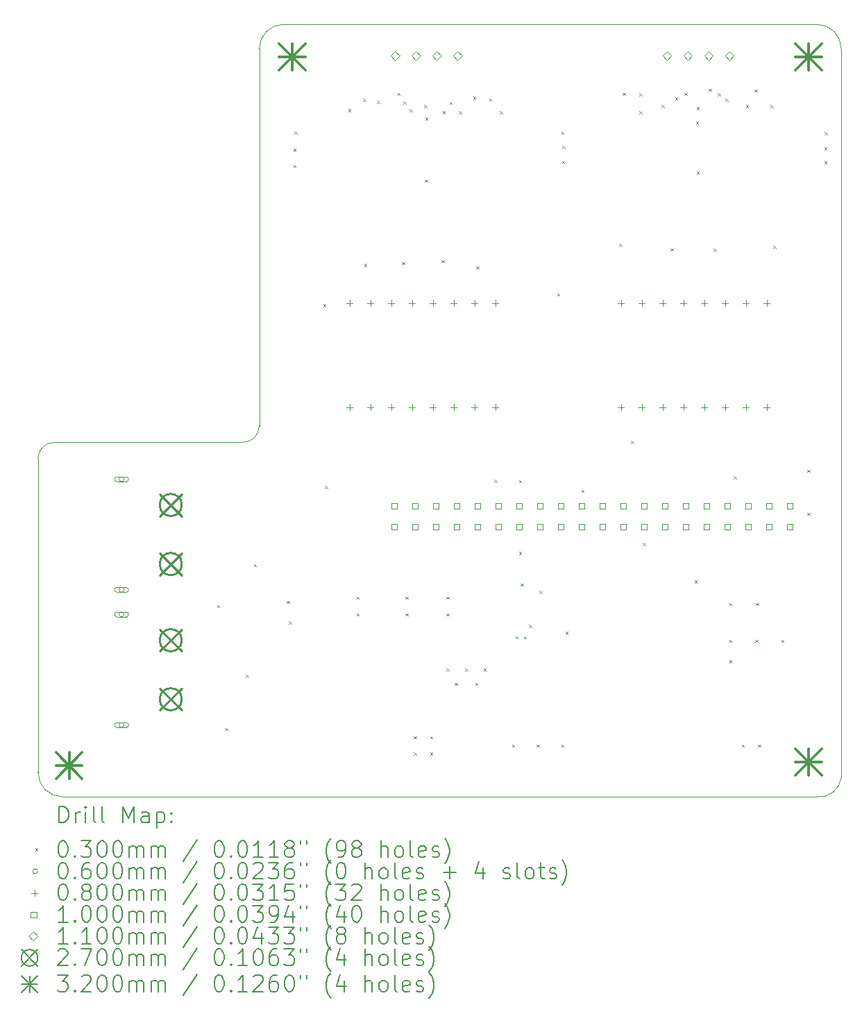
<source format=gbr>
%TF.GenerationSoftware,KiCad,Pcbnew,8.0.3*%
%TF.CreationDate,2024-09-22T19:56:22+01:00*%
%TF.ProjectId,BetetrDom,42657465-7472-4446-9f6d-2e6b69636164,rev?*%
%TF.SameCoordinates,Original*%
%TF.FileFunction,Drillmap*%
%TF.FilePolarity,Positive*%
%FSLAX45Y45*%
G04 Gerber Fmt 4.5, Leading zero omitted, Abs format (unit mm)*
G04 Created by KiCad (PCBNEW 8.0.3) date 2024-09-22 19:56:22*
%MOMM*%
%LPD*%
G01*
G04 APERTURE LIST*
%ADD10C,0.050000*%
%ADD11C,0.200000*%
%ADD12C,0.100000*%
%ADD13C,0.110000*%
%ADD14C,0.270000*%
%ADD15C,0.320000*%
G04 APERTURE END LIST*
D10*
X14400000Y-4900000D02*
X7900000Y-4900000D01*
X7600000Y-5200000D02*
G75*
G02*
X7900000Y-4900000I300000J0D01*
G01*
X14700000Y-13600000D02*
X14700000Y-5200000D01*
X5200000Y-14325000D02*
G75*
G02*
X4900000Y-14025000I0J300000D01*
G01*
X14700000Y-14087868D02*
G75*
G02*
X14400000Y-14325001I-268570J31438D01*
G01*
X14400000Y-4900000D02*
G75*
G02*
X14700000Y-5200000I0J-300000D01*
G01*
X4900000Y-10200000D02*
X4900000Y-14025000D01*
X5200000Y-14325000D02*
X14400000Y-14325000D01*
X7600000Y-5200000D02*
X7600000Y-9800000D01*
X7400000Y-10000000D02*
X5100000Y-10000000D01*
X14700000Y-14087868D02*
X14700000Y-13600000D01*
X4900000Y-10200000D02*
G75*
G02*
X5100000Y-10000000I200000J0D01*
G01*
X7600000Y-9800000D02*
G75*
G02*
X7400000Y-10000000I-200000J0D01*
G01*
D11*
D12*
X7085000Y-11985000D02*
X7115000Y-12015000D01*
X7115000Y-11985000D02*
X7085000Y-12015000D01*
X7185000Y-13485000D02*
X7215000Y-13515000D01*
X7215000Y-13485000D02*
X7185000Y-13515000D01*
X7435000Y-12835000D02*
X7465000Y-12865000D01*
X7465000Y-12835000D02*
X7435000Y-12865000D01*
X7535000Y-11485000D02*
X7565000Y-11515000D01*
X7565000Y-11485000D02*
X7535000Y-11515000D01*
X7935000Y-11935000D02*
X7965000Y-11965000D01*
X7965000Y-11935000D02*
X7935000Y-11965000D01*
X7960000Y-12185000D02*
X7990000Y-12215000D01*
X7990000Y-12185000D02*
X7960000Y-12215000D01*
X8016000Y-6417000D02*
X8046000Y-6447000D01*
X8046000Y-6417000D02*
X8016000Y-6447000D01*
X8017000Y-6618000D02*
X8047000Y-6648000D01*
X8047000Y-6618000D02*
X8017000Y-6648000D01*
X8029000Y-6205000D02*
X8059000Y-6235000D01*
X8059000Y-6205000D02*
X8029000Y-6235000D01*
X8381000Y-8313000D02*
X8411000Y-8343000D01*
X8411000Y-8313000D02*
X8381000Y-8343000D01*
X8400000Y-10533000D02*
X8430000Y-10563000D01*
X8430000Y-10533000D02*
X8400000Y-10563000D01*
X8685000Y-5935000D02*
X8715000Y-5965000D01*
X8715000Y-5935000D02*
X8685000Y-5965000D01*
X8785000Y-11885000D02*
X8815000Y-11915000D01*
X8815000Y-11885000D02*
X8785000Y-11915000D01*
X8785000Y-12085000D02*
X8815000Y-12115000D01*
X8815000Y-12085000D02*
X8785000Y-12115000D01*
X8869000Y-5809000D02*
X8899000Y-5839000D01*
X8899000Y-5809000D02*
X8869000Y-5839000D01*
X8879000Y-7825000D02*
X8909000Y-7855000D01*
X8909000Y-7825000D02*
X8879000Y-7855000D01*
X9035000Y-5835000D02*
X9065000Y-5865000D01*
X9065000Y-5835000D02*
X9035000Y-5865000D01*
X9285000Y-5735000D02*
X9315000Y-5765000D01*
X9315000Y-5735000D02*
X9285000Y-5765000D01*
X9340000Y-7804000D02*
X9370000Y-7834000D01*
X9370000Y-7804000D02*
X9340000Y-7834000D01*
X9356000Y-5844000D02*
X9386000Y-5874000D01*
X9386000Y-5844000D02*
X9356000Y-5874000D01*
X9385000Y-11885000D02*
X9415000Y-11915000D01*
X9415000Y-11885000D02*
X9385000Y-11915000D01*
X9385000Y-12085000D02*
X9415000Y-12115000D01*
X9415000Y-12085000D02*
X9385000Y-12115000D01*
X9435000Y-5935000D02*
X9465000Y-5965000D01*
X9465000Y-5935000D02*
X9435000Y-5965000D01*
X9485000Y-13585000D02*
X9515000Y-13615000D01*
X9515000Y-13585000D02*
X9485000Y-13615000D01*
X9485000Y-13785000D02*
X9515000Y-13815000D01*
X9515000Y-13785000D02*
X9485000Y-13815000D01*
X9610000Y-5885000D02*
X9640000Y-5915000D01*
X9640000Y-5885000D02*
X9610000Y-5915000D01*
X9620000Y-6795000D02*
X9650000Y-6825000D01*
X9650000Y-6795000D02*
X9620000Y-6825000D01*
X9626000Y-6039000D02*
X9656000Y-6069000D01*
X9656000Y-6039000D02*
X9626000Y-6069000D01*
X9685000Y-13585000D02*
X9715000Y-13615000D01*
X9715000Y-13585000D02*
X9685000Y-13615000D01*
X9685000Y-13785000D02*
X9715000Y-13815000D01*
X9715000Y-13785000D02*
X9685000Y-13815000D01*
X9826000Y-7779000D02*
X9856000Y-7809000D01*
X9856000Y-7779000D02*
X9826000Y-7809000D01*
X9835000Y-5960000D02*
X9865000Y-5990000D01*
X9865000Y-5960000D02*
X9835000Y-5990000D01*
X9885000Y-11885000D02*
X9915000Y-11915000D01*
X9915000Y-11885000D02*
X9885000Y-11915000D01*
X9885000Y-12085000D02*
X9915000Y-12115000D01*
X9915000Y-12085000D02*
X9885000Y-12115000D01*
X9885000Y-12760000D02*
X9915000Y-12790000D01*
X9915000Y-12760000D02*
X9885000Y-12790000D01*
X9920000Y-5848000D02*
X9950000Y-5878000D01*
X9950000Y-5848000D02*
X9920000Y-5878000D01*
X9985000Y-12935000D02*
X10015000Y-12965000D01*
X10015000Y-12935000D02*
X9985000Y-12965000D01*
X10035000Y-5960000D02*
X10065000Y-5990000D01*
X10065000Y-5960000D02*
X10035000Y-5990000D01*
X10110000Y-12760000D02*
X10140000Y-12790000D01*
X10140000Y-12760000D02*
X10110000Y-12790000D01*
X10210000Y-5785000D02*
X10240000Y-5815000D01*
X10240000Y-5785000D02*
X10210000Y-5815000D01*
X10235000Y-12935000D02*
X10265000Y-12965000D01*
X10265000Y-12935000D02*
X10235000Y-12965000D01*
X10248000Y-7854000D02*
X10278000Y-7884000D01*
X10278000Y-7854000D02*
X10248000Y-7884000D01*
X10335000Y-12760000D02*
X10365000Y-12790000D01*
X10365000Y-12760000D02*
X10335000Y-12790000D01*
X10402000Y-5805000D02*
X10432000Y-5835000D01*
X10432000Y-5805000D02*
X10402000Y-5835000D01*
X10465000Y-10455000D02*
X10495000Y-10485000D01*
X10495000Y-10455000D02*
X10465000Y-10485000D01*
X10535000Y-5960000D02*
X10565000Y-5990000D01*
X10565000Y-5960000D02*
X10535000Y-5990000D01*
X10685000Y-13685000D02*
X10715000Y-13715000D01*
X10715000Y-13685000D02*
X10685000Y-13715000D01*
X10725000Y-12367500D02*
X10755000Y-12397500D01*
X10755000Y-12367500D02*
X10725000Y-12397500D01*
X10767500Y-10460000D02*
X10797500Y-10490000D01*
X10797500Y-10460000D02*
X10767500Y-10490000D01*
X10767500Y-11337500D02*
X10797500Y-11367500D01*
X10797500Y-11337500D02*
X10767500Y-11367500D01*
X10788000Y-11724000D02*
X10818000Y-11754000D01*
X10818000Y-11724000D02*
X10788000Y-11754000D01*
X10827500Y-12367500D02*
X10857500Y-12397500D01*
X10857500Y-12367500D02*
X10827500Y-12397500D01*
X10890000Y-12228000D02*
X10920000Y-12258000D01*
X10920000Y-12228000D02*
X10890000Y-12258000D01*
X10985000Y-13685000D02*
X11015000Y-13715000D01*
X11015000Y-13685000D02*
X10985000Y-13715000D01*
X11017500Y-11810000D02*
X11047500Y-11840000D01*
X11047500Y-11810000D02*
X11017500Y-11840000D01*
X11235000Y-8185000D02*
X11265000Y-8215000D01*
X11265000Y-8185000D02*
X11235000Y-8215000D01*
X11285000Y-6210000D02*
X11315000Y-6240000D01*
X11315000Y-6210000D02*
X11285000Y-6240000D01*
X11285000Y-13685000D02*
X11315000Y-13715000D01*
X11315000Y-13685000D02*
X11285000Y-13715000D01*
X11293000Y-6566000D02*
X11323000Y-6596000D01*
X11323000Y-6566000D02*
X11293000Y-6596000D01*
X11296000Y-6386000D02*
X11326000Y-6416000D01*
X11326000Y-6386000D02*
X11296000Y-6416000D01*
X11335000Y-12312500D02*
X11365000Y-12342500D01*
X11365000Y-12312500D02*
X11335000Y-12342500D01*
X11528000Y-10578000D02*
X11558000Y-10608000D01*
X11558000Y-10578000D02*
X11528000Y-10608000D01*
X11991000Y-7577000D02*
X12021000Y-7607000D01*
X12021000Y-7577000D02*
X11991000Y-7607000D01*
X12035000Y-5735000D02*
X12065000Y-5765000D01*
X12065000Y-5735000D02*
X12035000Y-5765000D01*
X12135000Y-9985000D02*
X12165000Y-10015000D01*
X12165000Y-9985000D02*
X12135000Y-10015000D01*
X12235000Y-5960000D02*
X12265000Y-5990000D01*
X12265000Y-5960000D02*
X12235000Y-5990000D01*
X12238000Y-5742000D02*
X12268000Y-5772000D01*
X12268000Y-5742000D02*
X12238000Y-5772000D01*
X12281000Y-11226000D02*
X12311000Y-11256000D01*
X12311000Y-11226000D02*
X12281000Y-11256000D01*
X12510000Y-5885000D02*
X12540000Y-5915000D01*
X12540000Y-5885000D02*
X12510000Y-5915000D01*
X12616000Y-7632000D02*
X12646000Y-7662000D01*
X12646000Y-7632000D02*
X12616000Y-7662000D01*
X12674000Y-5790000D02*
X12704000Y-5820000D01*
X12704000Y-5790000D02*
X12674000Y-5820000D01*
X12785000Y-5735000D02*
X12815000Y-5765000D01*
X12815000Y-5735000D02*
X12785000Y-5765000D01*
X12910000Y-11685000D02*
X12940000Y-11715000D01*
X12940000Y-11685000D02*
X12910000Y-11715000D01*
X12926000Y-6088000D02*
X12956000Y-6118000D01*
X12956000Y-6088000D02*
X12926000Y-6118000D01*
X12935000Y-5910000D02*
X12965000Y-5940000D01*
X12965000Y-5910000D02*
X12935000Y-5940000D01*
X12935000Y-6696000D02*
X12965000Y-6726000D01*
X12965000Y-6696000D02*
X12935000Y-6726000D01*
X13085000Y-5685000D02*
X13115000Y-5715000D01*
X13115000Y-5685000D02*
X13085000Y-5715000D01*
X13143000Y-7637000D02*
X13173000Y-7667000D01*
X13173000Y-7637000D02*
X13143000Y-7667000D01*
X13193000Y-5741000D02*
X13223000Y-5771000D01*
X13223000Y-5741000D02*
X13193000Y-5771000D01*
X13285000Y-5810000D02*
X13315000Y-5840000D01*
X13315000Y-5810000D02*
X13285000Y-5840000D01*
X13335000Y-11960000D02*
X13365000Y-11990000D01*
X13365000Y-11960000D02*
X13335000Y-11990000D01*
X13335000Y-12410000D02*
X13365000Y-12440000D01*
X13365000Y-12410000D02*
X13335000Y-12440000D01*
X13335000Y-12656000D02*
X13365000Y-12686000D01*
X13365000Y-12656000D02*
X13335000Y-12686000D01*
X13386000Y-10414000D02*
X13416000Y-10444000D01*
X13416000Y-10414000D02*
X13386000Y-10444000D01*
X13485000Y-13685000D02*
X13515000Y-13715000D01*
X13515000Y-13685000D02*
X13485000Y-13715000D01*
X13535000Y-5885000D02*
X13565000Y-5915000D01*
X13565000Y-5885000D02*
X13535000Y-5915000D01*
X13642000Y-5694000D02*
X13672000Y-5724000D01*
X13672000Y-5694000D02*
X13642000Y-5724000D01*
X13650000Y-12407500D02*
X13680000Y-12437500D01*
X13680000Y-12407500D02*
X13650000Y-12437500D01*
X13660000Y-11960000D02*
X13690000Y-11990000D01*
X13690000Y-11960000D02*
X13660000Y-11990000D01*
X13685000Y-13685000D02*
X13715000Y-13715000D01*
X13715000Y-13685000D02*
X13685000Y-13715000D01*
X13835000Y-5885000D02*
X13865000Y-5915000D01*
X13865000Y-5885000D02*
X13835000Y-5915000D01*
X13873000Y-7603000D02*
X13903000Y-7633000D01*
X13903000Y-7603000D02*
X13873000Y-7633000D01*
X13967500Y-12407500D02*
X13997500Y-12437500D01*
X13997500Y-12407500D02*
X13967500Y-12437500D01*
X14285000Y-10335000D02*
X14315000Y-10365000D01*
X14315000Y-10335000D02*
X14285000Y-10365000D01*
X14285000Y-10860000D02*
X14315000Y-10890000D01*
X14315000Y-10860000D02*
X14285000Y-10890000D01*
X14492000Y-6401000D02*
X14522000Y-6431000D01*
X14522000Y-6401000D02*
X14492000Y-6431000D01*
X14494000Y-6570000D02*
X14524000Y-6600000D01*
X14524000Y-6570000D02*
X14494000Y-6600000D01*
X14499000Y-6215000D02*
X14529000Y-6245000D01*
X14529000Y-6215000D02*
X14499000Y-6245000D01*
X5950000Y-10450000D02*
G75*
G02*
X5890000Y-10450000I-30000J0D01*
G01*
X5890000Y-10450000D02*
G75*
G02*
X5950000Y-10450000I30000J0D01*
G01*
X5865000Y-10480000D02*
X5975000Y-10480000D01*
X5975000Y-10420000D02*
G75*
G02*
X5975000Y-10480000I0J-30000D01*
G01*
X5975000Y-10420000D02*
X5865000Y-10420000D01*
X5865000Y-10420000D02*
G75*
G03*
X5865000Y-10480000I0J-30000D01*
G01*
X5950000Y-11800000D02*
G75*
G02*
X5890000Y-11800000I-30000J0D01*
G01*
X5890000Y-11800000D02*
G75*
G02*
X5950000Y-11800000I30000J0D01*
G01*
X5865000Y-11830000D02*
X5975000Y-11830000D01*
X5975000Y-11770000D02*
G75*
G02*
X5975000Y-11830000I0J-30000D01*
G01*
X5975000Y-11770000D02*
X5865000Y-11770000D01*
X5865000Y-11770000D02*
G75*
G03*
X5865000Y-11830000I0J-30000D01*
G01*
X5950000Y-12100000D02*
G75*
G02*
X5890000Y-12100000I-30000J0D01*
G01*
X5890000Y-12100000D02*
G75*
G02*
X5950000Y-12100000I30000J0D01*
G01*
X5865000Y-12130000D02*
X5975000Y-12130000D01*
X5975000Y-12070000D02*
G75*
G02*
X5975000Y-12130000I0J-30000D01*
G01*
X5975000Y-12070000D02*
X5865000Y-12070000D01*
X5865000Y-12070000D02*
G75*
G03*
X5865000Y-12130000I0J-30000D01*
G01*
X5950000Y-13450000D02*
G75*
G02*
X5890000Y-13450000I-30000J0D01*
G01*
X5890000Y-13450000D02*
G75*
G02*
X5950000Y-13450000I30000J0D01*
G01*
X5865000Y-13480000D02*
X5975000Y-13480000D01*
X5975000Y-13420000D02*
G75*
G02*
X5975000Y-13480000I0J-30000D01*
G01*
X5975000Y-13420000D02*
X5865000Y-13420000D01*
X5865000Y-13420000D02*
G75*
G03*
X5865000Y-13480000I0J-30000D01*
G01*
X8701000Y-8261000D02*
X8701000Y-8341000D01*
X8661000Y-8301000D02*
X8741000Y-8301000D01*
X8701000Y-9531000D02*
X8701000Y-9611000D01*
X8661000Y-9571000D02*
X8741000Y-9571000D01*
X8955000Y-8261000D02*
X8955000Y-8341000D01*
X8915000Y-8301000D02*
X8995000Y-8301000D01*
X8955000Y-9531000D02*
X8955000Y-9611000D01*
X8915000Y-9571000D02*
X8995000Y-9571000D01*
X9209000Y-8261000D02*
X9209000Y-8341000D01*
X9169000Y-8301000D02*
X9249000Y-8301000D01*
X9209000Y-9531000D02*
X9209000Y-9611000D01*
X9169000Y-9571000D02*
X9249000Y-9571000D01*
X9463000Y-8261000D02*
X9463000Y-8341000D01*
X9423000Y-8301000D02*
X9503000Y-8301000D01*
X9463000Y-9531000D02*
X9463000Y-9611000D01*
X9423000Y-9571000D02*
X9503000Y-9571000D01*
X9717000Y-8261000D02*
X9717000Y-8341000D01*
X9677000Y-8301000D02*
X9757000Y-8301000D01*
X9717000Y-9531000D02*
X9717000Y-9611000D01*
X9677000Y-9571000D02*
X9757000Y-9571000D01*
X9971000Y-8261000D02*
X9971000Y-8341000D01*
X9931000Y-8301000D02*
X10011000Y-8301000D01*
X9971000Y-9531000D02*
X9971000Y-9611000D01*
X9931000Y-9571000D02*
X10011000Y-9571000D01*
X10225000Y-8261000D02*
X10225000Y-8341000D01*
X10185000Y-8301000D02*
X10265000Y-8301000D01*
X10225000Y-9531000D02*
X10225000Y-9611000D01*
X10185000Y-9571000D02*
X10265000Y-9571000D01*
X10479000Y-8261000D02*
X10479000Y-8341000D01*
X10439000Y-8301000D02*
X10519000Y-8301000D01*
X10479000Y-9531000D02*
X10479000Y-9611000D01*
X10439000Y-9571000D02*
X10519000Y-9571000D01*
X12011000Y-8261000D02*
X12011000Y-8341000D01*
X11971000Y-8301000D02*
X12051000Y-8301000D01*
X12011000Y-9531000D02*
X12011000Y-9611000D01*
X11971000Y-9571000D02*
X12051000Y-9571000D01*
X12265000Y-8261000D02*
X12265000Y-8341000D01*
X12225000Y-8301000D02*
X12305000Y-8301000D01*
X12265000Y-9531000D02*
X12265000Y-9611000D01*
X12225000Y-9571000D02*
X12305000Y-9571000D01*
X12519000Y-8261000D02*
X12519000Y-8341000D01*
X12479000Y-8301000D02*
X12559000Y-8301000D01*
X12519000Y-9531000D02*
X12519000Y-9611000D01*
X12479000Y-9571000D02*
X12559000Y-9571000D01*
X12773000Y-8261000D02*
X12773000Y-8341000D01*
X12733000Y-8301000D02*
X12813000Y-8301000D01*
X12773000Y-9531000D02*
X12773000Y-9611000D01*
X12733000Y-9571000D02*
X12813000Y-9571000D01*
X13027000Y-8261000D02*
X13027000Y-8341000D01*
X12987000Y-8301000D02*
X13067000Y-8301000D01*
X13027000Y-9531000D02*
X13027000Y-9611000D01*
X12987000Y-9571000D02*
X13067000Y-9571000D01*
X13281000Y-8261000D02*
X13281000Y-8341000D01*
X13241000Y-8301000D02*
X13321000Y-8301000D01*
X13281000Y-9531000D02*
X13281000Y-9611000D01*
X13241000Y-9571000D02*
X13321000Y-9571000D01*
X13535000Y-8261000D02*
X13535000Y-8341000D01*
X13495000Y-8301000D02*
X13575000Y-8301000D01*
X13535000Y-9531000D02*
X13535000Y-9611000D01*
X13495000Y-9571000D02*
X13575000Y-9571000D01*
X13789000Y-8261000D02*
X13789000Y-8341000D01*
X13749000Y-8301000D02*
X13829000Y-8301000D01*
X13789000Y-9531000D02*
X13789000Y-9611000D01*
X13749000Y-9571000D02*
X13829000Y-9571000D01*
X9283356Y-10810356D02*
X9283356Y-10739644D01*
X9212644Y-10739644D01*
X9212644Y-10810356D01*
X9283356Y-10810356D01*
X9283356Y-11064356D02*
X9283356Y-10993644D01*
X9212644Y-10993644D01*
X9212644Y-11064356D01*
X9283356Y-11064356D01*
X9537356Y-10810356D02*
X9537356Y-10739644D01*
X9466644Y-10739644D01*
X9466644Y-10810356D01*
X9537356Y-10810356D01*
X9537356Y-11064356D02*
X9537356Y-10993644D01*
X9466644Y-10993644D01*
X9466644Y-11064356D01*
X9537356Y-11064356D01*
X9791356Y-10810356D02*
X9791356Y-10739644D01*
X9720644Y-10739644D01*
X9720644Y-10810356D01*
X9791356Y-10810356D01*
X9791356Y-11064356D02*
X9791356Y-10993644D01*
X9720644Y-10993644D01*
X9720644Y-11064356D01*
X9791356Y-11064356D01*
X10045356Y-10810356D02*
X10045356Y-10739644D01*
X9974644Y-10739644D01*
X9974644Y-10810356D01*
X10045356Y-10810356D01*
X10045356Y-11064356D02*
X10045356Y-10993644D01*
X9974644Y-10993644D01*
X9974644Y-11064356D01*
X10045356Y-11064356D01*
X10299356Y-10810356D02*
X10299356Y-10739644D01*
X10228644Y-10739644D01*
X10228644Y-10810356D01*
X10299356Y-10810356D01*
X10299356Y-11064356D02*
X10299356Y-10993644D01*
X10228644Y-10993644D01*
X10228644Y-11064356D01*
X10299356Y-11064356D01*
X10553356Y-10810356D02*
X10553356Y-10739644D01*
X10482644Y-10739644D01*
X10482644Y-10810356D01*
X10553356Y-10810356D01*
X10553356Y-11064356D02*
X10553356Y-10993644D01*
X10482644Y-10993644D01*
X10482644Y-11064356D01*
X10553356Y-11064356D01*
X10807356Y-10810356D02*
X10807356Y-10739644D01*
X10736644Y-10739644D01*
X10736644Y-10810356D01*
X10807356Y-10810356D01*
X10807356Y-11064356D02*
X10807356Y-10993644D01*
X10736644Y-10993644D01*
X10736644Y-11064356D01*
X10807356Y-11064356D01*
X11061356Y-10810356D02*
X11061356Y-10739644D01*
X10990644Y-10739644D01*
X10990644Y-10810356D01*
X11061356Y-10810356D01*
X11061356Y-11064356D02*
X11061356Y-10993644D01*
X10990644Y-10993644D01*
X10990644Y-11064356D01*
X11061356Y-11064356D01*
X11315356Y-10810356D02*
X11315356Y-10739644D01*
X11244644Y-10739644D01*
X11244644Y-10810356D01*
X11315356Y-10810356D01*
X11315356Y-11064356D02*
X11315356Y-10993644D01*
X11244644Y-10993644D01*
X11244644Y-11064356D01*
X11315356Y-11064356D01*
X11569356Y-10810356D02*
X11569356Y-10739644D01*
X11498644Y-10739644D01*
X11498644Y-10810356D01*
X11569356Y-10810356D01*
X11569356Y-11064356D02*
X11569356Y-10993644D01*
X11498644Y-10993644D01*
X11498644Y-11064356D01*
X11569356Y-11064356D01*
X11823356Y-10810356D02*
X11823356Y-10739644D01*
X11752644Y-10739644D01*
X11752644Y-10810356D01*
X11823356Y-10810356D01*
X11823356Y-11064356D02*
X11823356Y-10993644D01*
X11752644Y-10993644D01*
X11752644Y-11064356D01*
X11823356Y-11064356D01*
X12077356Y-10810356D02*
X12077356Y-10739644D01*
X12006644Y-10739644D01*
X12006644Y-10810356D01*
X12077356Y-10810356D01*
X12077356Y-11064356D02*
X12077356Y-10993644D01*
X12006644Y-10993644D01*
X12006644Y-11064356D01*
X12077356Y-11064356D01*
X12331356Y-10810356D02*
X12331356Y-10739644D01*
X12260644Y-10739644D01*
X12260644Y-10810356D01*
X12331356Y-10810356D01*
X12331356Y-11064356D02*
X12331356Y-10993644D01*
X12260644Y-10993644D01*
X12260644Y-11064356D01*
X12331356Y-11064356D01*
X12585356Y-10810356D02*
X12585356Y-10739644D01*
X12514644Y-10739644D01*
X12514644Y-10810356D01*
X12585356Y-10810356D01*
X12585356Y-11064356D02*
X12585356Y-10993644D01*
X12514644Y-10993644D01*
X12514644Y-11064356D01*
X12585356Y-11064356D01*
X12839356Y-10810356D02*
X12839356Y-10739644D01*
X12768644Y-10739644D01*
X12768644Y-10810356D01*
X12839356Y-10810356D01*
X12839356Y-11064356D02*
X12839356Y-10993644D01*
X12768644Y-10993644D01*
X12768644Y-11064356D01*
X12839356Y-11064356D01*
X13093356Y-10810356D02*
X13093356Y-10739644D01*
X13022644Y-10739644D01*
X13022644Y-10810356D01*
X13093356Y-10810356D01*
X13093356Y-11064356D02*
X13093356Y-10993644D01*
X13022644Y-10993644D01*
X13022644Y-11064356D01*
X13093356Y-11064356D01*
X13347356Y-10810356D02*
X13347356Y-10739644D01*
X13276644Y-10739644D01*
X13276644Y-10810356D01*
X13347356Y-10810356D01*
X13347356Y-11064356D02*
X13347356Y-10993644D01*
X13276644Y-10993644D01*
X13276644Y-11064356D01*
X13347356Y-11064356D01*
X13601356Y-10810356D02*
X13601356Y-10739644D01*
X13530644Y-10739644D01*
X13530644Y-10810356D01*
X13601356Y-10810356D01*
X13601356Y-11064356D02*
X13601356Y-10993644D01*
X13530644Y-10993644D01*
X13530644Y-11064356D01*
X13601356Y-11064356D01*
X13855356Y-10810356D02*
X13855356Y-10739644D01*
X13784644Y-10739644D01*
X13784644Y-10810356D01*
X13855356Y-10810356D01*
X13855356Y-11064356D02*
X13855356Y-10993644D01*
X13784644Y-10993644D01*
X13784644Y-11064356D01*
X13855356Y-11064356D01*
X14109356Y-10810356D02*
X14109356Y-10739644D01*
X14038644Y-10739644D01*
X14038644Y-10810356D01*
X14109356Y-10810356D01*
X14109356Y-11064356D02*
X14109356Y-10993644D01*
X14038644Y-10993644D01*
X14038644Y-11064356D01*
X14109356Y-11064356D01*
D13*
X9258000Y-5340000D02*
X9313000Y-5285000D01*
X9258000Y-5230000D01*
X9203000Y-5285000D01*
X9258000Y-5340000D01*
X9512000Y-5340000D02*
X9567000Y-5285000D01*
X9512000Y-5230000D01*
X9457000Y-5285000D01*
X9512000Y-5340000D01*
X9766000Y-5340000D02*
X9821000Y-5285000D01*
X9766000Y-5230000D01*
X9711000Y-5285000D01*
X9766000Y-5340000D01*
X10020000Y-5340000D02*
X10075000Y-5285000D01*
X10020000Y-5230000D01*
X9965000Y-5285000D01*
X10020000Y-5340000D01*
X12573500Y-5337500D02*
X12628500Y-5282500D01*
X12573500Y-5227500D01*
X12518500Y-5282500D01*
X12573500Y-5337500D01*
X12827500Y-5337500D02*
X12882500Y-5282500D01*
X12827500Y-5227500D01*
X12772500Y-5282500D01*
X12827500Y-5337500D01*
X13081500Y-5337500D02*
X13136500Y-5282500D01*
X13081500Y-5227500D01*
X13026500Y-5282500D01*
X13081500Y-5337500D01*
X13335500Y-5337500D02*
X13390500Y-5282500D01*
X13335500Y-5227500D01*
X13280500Y-5282500D01*
X13335500Y-5337500D01*
D14*
X6385000Y-10630000D02*
X6655000Y-10900000D01*
X6655000Y-10630000D02*
X6385000Y-10900000D01*
X6655000Y-10765000D02*
G75*
G02*
X6385000Y-10765000I-135000J0D01*
G01*
X6385000Y-10765000D02*
G75*
G02*
X6655000Y-10765000I135000J0D01*
G01*
X6385000Y-11350000D02*
X6655000Y-11620000D01*
X6655000Y-11350000D02*
X6385000Y-11620000D01*
X6655000Y-11485000D02*
G75*
G02*
X6385000Y-11485000I-135000J0D01*
G01*
X6385000Y-11485000D02*
G75*
G02*
X6655000Y-11485000I135000J0D01*
G01*
X6385000Y-12280000D02*
X6655000Y-12550000D01*
X6655000Y-12280000D02*
X6385000Y-12550000D01*
X6655000Y-12415000D02*
G75*
G02*
X6385000Y-12415000I-135000J0D01*
G01*
X6385000Y-12415000D02*
G75*
G02*
X6655000Y-12415000I135000J0D01*
G01*
X6385000Y-13000000D02*
X6655000Y-13270000D01*
X6655000Y-13000000D02*
X6385000Y-13270000D01*
X6655000Y-13135000D02*
G75*
G02*
X6385000Y-13135000I-135000J0D01*
G01*
X6385000Y-13135000D02*
G75*
G02*
X6655000Y-13135000I135000J0D01*
G01*
D15*
X5120000Y-13785000D02*
X5440000Y-14105000D01*
X5440000Y-13785000D02*
X5120000Y-14105000D01*
X5280000Y-13785000D02*
X5280000Y-14105000D01*
X5120000Y-13945000D02*
X5440000Y-13945000D01*
X7840000Y-5140000D02*
X8160000Y-5460000D01*
X8160000Y-5140000D02*
X7840000Y-5460000D01*
X8000000Y-5140000D02*
X8000000Y-5460000D01*
X7840000Y-5300000D02*
X8160000Y-5300000D01*
X14140000Y-5140000D02*
X14460000Y-5460000D01*
X14460000Y-5140000D02*
X14140000Y-5460000D01*
X14300000Y-5140000D02*
X14300000Y-5460000D01*
X14140000Y-5300000D02*
X14460000Y-5300000D01*
X14140000Y-13740000D02*
X14460000Y-14060000D01*
X14460000Y-13740000D02*
X14140000Y-14060000D01*
X14300000Y-13740000D02*
X14300000Y-14060000D01*
X14140000Y-13900000D02*
X14460000Y-13900000D01*
D11*
X5158277Y-14640818D02*
X5158277Y-14440818D01*
X5158277Y-14440818D02*
X5205896Y-14440818D01*
X5205896Y-14440818D02*
X5234467Y-14450341D01*
X5234467Y-14450341D02*
X5253515Y-14469389D01*
X5253515Y-14469389D02*
X5263039Y-14488437D01*
X5263039Y-14488437D02*
X5272563Y-14526532D01*
X5272563Y-14526532D02*
X5272563Y-14555103D01*
X5272563Y-14555103D02*
X5263039Y-14593198D01*
X5263039Y-14593198D02*
X5253515Y-14612246D01*
X5253515Y-14612246D02*
X5234467Y-14631294D01*
X5234467Y-14631294D02*
X5205896Y-14640818D01*
X5205896Y-14640818D02*
X5158277Y-14640818D01*
X5358277Y-14640818D02*
X5358277Y-14507484D01*
X5358277Y-14545579D02*
X5367801Y-14526532D01*
X5367801Y-14526532D02*
X5377324Y-14517008D01*
X5377324Y-14517008D02*
X5396372Y-14507484D01*
X5396372Y-14507484D02*
X5415420Y-14507484D01*
X5482086Y-14640818D02*
X5482086Y-14507484D01*
X5482086Y-14440818D02*
X5472563Y-14450341D01*
X5472563Y-14450341D02*
X5482086Y-14459865D01*
X5482086Y-14459865D02*
X5491610Y-14450341D01*
X5491610Y-14450341D02*
X5482086Y-14440818D01*
X5482086Y-14440818D02*
X5482086Y-14459865D01*
X5605896Y-14640818D02*
X5586848Y-14631294D01*
X5586848Y-14631294D02*
X5577324Y-14612246D01*
X5577324Y-14612246D02*
X5577324Y-14440818D01*
X5710658Y-14640818D02*
X5691610Y-14631294D01*
X5691610Y-14631294D02*
X5682086Y-14612246D01*
X5682086Y-14612246D02*
X5682086Y-14440818D01*
X5939229Y-14640818D02*
X5939229Y-14440818D01*
X5939229Y-14440818D02*
X6005896Y-14583675D01*
X6005896Y-14583675D02*
X6072562Y-14440818D01*
X6072562Y-14440818D02*
X6072562Y-14640818D01*
X6253515Y-14640818D02*
X6253515Y-14536056D01*
X6253515Y-14536056D02*
X6243991Y-14517008D01*
X6243991Y-14517008D02*
X6224943Y-14507484D01*
X6224943Y-14507484D02*
X6186848Y-14507484D01*
X6186848Y-14507484D02*
X6167801Y-14517008D01*
X6253515Y-14631294D02*
X6234467Y-14640818D01*
X6234467Y-14640818D02*
X6186848Y-14640818D01*
X6186848Y-14640818D02*
X6167801Y-14631294D01*
X6167801Y-14631294D02*
X6158277Y-14612246D01*
X6158277Y-14612246D02*
X6158277Y-14593198D01*
X6158277Y-14593198D02*
X6167801Y-14574151D01*
X6167801Y-14574151D02*
X6186848Y-14564627D01*
X6186848Y-14564627D02*
X6234467Y-14564627D01*
X6234467Y-14564627D02*
X6253515Y-14555103D01*
X6348753Y-14507484D02*
X6348753Y-14707484D01*
X6348753Y-14517008D02*
X6367801Y-14507484D01*
X6367801Y-14507484D02*
X6405896Y-14507484D01*
X6405896Y-14507484D02*
X6424943Y-14517008D01*
X6424943Y-14517008D02*
X6434467Y-14526532D01*
X6434467Y-14526532D02*
X6443991Y-14545579D01*
X6443991Y-14545579D02*
X6443991Y-14602722D01*
X6443991Y-14602722D02*
X6434467Y-14621770D01*
X6434467Y-14621770D02*
X6424943Y-14631294D01*
X6424943Y-14631294D02*
X6405896Y-14640818D01*
X6405896Y-14640818D02*
X6367801Y-14640818D01*
X6367801Y-14640818D02*
X6348753Y-14631294D01*
X6529705Y-14621770D02*
X6539229Y-14631294D01*
X6539229Y-14631294D02*
X6529705Y-14640818D01*
X6529705Y-14640818D02*
X6520182Y-14631294D01*
X6520182Y-14631294D02*
X6529705Y-14621770D01*
X6529705Y-14621770D02*
X6529705Y-14640818D01*
X6529705Y-14517008D02*
X6539229Y-14526532D01*
X6539229Y-14526532D02*
X6529705Y-14536056D01*
X6529705Y-14536056D02*
X6520182Y-14526532D01*
X6520182Y-14526532D02*
X6529705Y-14517008D01*
X6529705Y-14517008D02*
X6529705Y-14536056D01*
D12*
X4867500Y-14954334D02*
X4897500Y-14984334D01*
X4897500Y-14954334D02*
X4867500Y-14984334D01*
D11*
X5196372Y-14860818D02*
X5215420Y-14860818D01*
X5215420Y-14860818D02*
X5234467Y-14870341D01*
X5234467Y-14870341D02*
X5243991Y-14879865D01*
X5243991Y-14879865D02*
X5253515Y-14898913D01*
X5253515Y-14898913D02*
X5263039Y-14937008D01*
X5263039Y-14937008D02*
X5263039Y-14984627D01*
X5263039Y-14984627D02*
X5253515Y-15022722D01*
X5253515Y-15022722D02*
X5243991Y-15041770D01*
X5243991Y-15041770D02*
X5234467Y-15051294D01*
X5234467Y-15051294D02*
X5215420Y-15060818D01*
X5215420Y-15060818D02*
X5196372Y-15060818D01*
X5196372Y-15060818D02*
X5177324Y-15051294D01*
X5177324Y-15051294D02*
X5167801Y-15041770D01*
X5167801Y-15041770D02*
X5158277Y-15022722D01*
X5158277Y-15022722D02*
X5148753Y-14984627D01*
X5148753Y-14984627D02*
X5148753Y-14937008D01*
X5148753Y-14937008D02*
X5158277Y-14898913D01*
X5158277Y-14898913D02*
X5167801Y-14879865D01*
X5167801Y-14879865D02*
X5177324Y-14870341D01*
X5177324Y-14870341D02*
X5196372Y-14860818D01*
X5348753Y-15041770D02*
X5358277Y-15051294D01*
X5358277Y-15051294D02*
X5348753Y-15060818D01*
X5348753Y-15060818D02*
X5339229Y-15051294D01*
X5339229Y-15051294D02*
X5348753Y-15041770D01*
X5348753Y-15041770D02*
X5348753Y-15060818D01*
X5424944Y-14860818D02*
X5548753Y-14860818D01*
X5548753Y-14860818D02*
X5482086Y-14937008D01*
X5482086Y-14937008D02*
X5510658Y-14937008D01*
X5510658Y-14937008D02*
X5529705Y-14946532D01*
X5529705Y-14946532D02*
X5539229Y-14956056D01*
X5539229Y-14956056D02*
X5548753Y-14975103D01*
X5548753Y-14975103D02*
X5548753Y-15022722D01*
X5548753Y-15022722D02*
X5539229Y-15041770D01*
X5539229Y-15041770D02*
X5529705Y-15051294D01*
X5529705Y-15051294D02*
X5510658Y-15060818D01*
X5510658Y-15060818D02*
X5453515Y-15060818D01*
X5453515Y-15060818D02*
X5434467Y-15051294D01*
X5434467Y-15051294D02*
X5424944Y-15041770D01*
X5672562Y-14860818D02*
X5691610Y-14860818D01*
X5691610Y-14860818D02*
X5710658Y-14870341D01*
X5710658Y-14870341D02*
X5720182Y-14879865D01*
X5720182Y-14879865D02*
X5729705Y-14898913D01*
X5729705Y-14898913D02*
X5739229Y-14937008D01*
X5739229Y-14937008D02*
X5739229Y-14984627D01*
X5739229Y-14984627D02*
X5729705Y-15022722D01*
X5729705Y-15022722D02*
X5720182Y-15041770D01*
X5720182Y-15041770D02*
X5710658Y-15051294D01*
X5710658Y-15051294D02*
X5691610Y-15060818D01*
X5691610Y-15060818D02*
X5672562Y-15060818D01*
X5672562Y-15060818D02*
X5653515Y-15051294D01*
X5653515Y-15051294D02*
X5643991Y-15041770D01*
X5643991Y-15041770D02*
X5634467Y-15022722D01*
X5634467Y-15022722D02*
X5624943Y-14984627D01*
X5624943Y-14984627D02*
X5624943Y-14937008D01*
X5624943Y-14937008D02*
X5634467Y-14898913D01*
X5634467Y-14898913D02*
X5643991Y-14879865D01*
X5643991Y-14879865D02*
X5653515Y-14870341D01*
X5653515Y-14870341D02*
X5672562Y-14860818D01*
X5863039Y-14860818D02*
X5882086Y-14860818D01*
X5882086Y-14860818D02*
X5901134Y-14870341D01*
X5901134Y-14870341D02*
X5910658Y-14879865D01*
X5910658Y-14879865D02*
X5920182Y-14898913D01*
X5920182Y-14898913D02*
X5929705Y-14937008D01*
X5929705Y-14937008D02*
X5929705Y-14984627D01*
X5929705Y-14984627D02*
X5920182Y-15022722D01*
X5920182Y-15022722D02*
X5910658Y-15041770D01*
X5910658Y-15041770D02*
X5901134Y-15051294D01*
X5901134Y-15051294D02*
X5882086Y-15060818D01*
X5882086Y-15060818D02*
X5863039Y-15060818D01*
X5863039Y-15060818D02*
X5843991Y-15051294D01*
X5843991Y-15051294D02*
X5834467Y-15041770D01*
X5834467Y-15041770D02*
X5824943Y-15022722D01*
X5824943Y-15022722D02*
X5815420Y-14984627D01*
X5815420Y-14984627D02*
X5815420Y-14937008D01*
X5815420Y-14937008D02*
X5824943Y-14898913D01*
X5824943Y-14898913D02*
X5834467Y-14879865D01*
X5834467Y-14879865D02*
X5843991Y-14870341D01*
X5843991Y-14870341D02*
X5863039Y-14860818D01*
X6015420Y-15060818D02*
X6015420Y-14927484D01*
X6015420Y-14946532D02*
X6024943Y-14937008D01*
X6024943Y-14937008D02*
X6043991Y-14927484D01*
X6043991Y-14927484D02*
X6072563Y-14927484D01*
X6072563Y-14927484D02*
X6091610Y-14937008D01*
X6091610Y-14937008D02*
X6101134Y-14956056D01*
X6101134Y-14956056D02*
X6101134Y-15060818D01*
X6101134Y-14956056D02*
X6110658Y-14937008D01*
X6110658Y-14937008D02*
X6129705Y-14927484D01*
X6129705Y-14927484D02*
X6158277Y-14927484D01*
X6158277Y-14927484D02*
X6177324Y-14937008D01*
X6177324Y-14937008D02*
X6186848Y-14956056D01*
X6186848Y-14956056D02*
X6186848Y-15060818D01*
X6282086Y-15060818D02*
X6282086Y-14927484D01*
X6282086Y-14946532D02*
X6291610Y-14937008D01*
X6291610Y-14937008D02*
X6310658Y-14927484D01*
X6310658Y-14927484D02*
X6339229Y-14927484D01*
X6339229Y-14927484D02*
X6358277Y-14937008D01*
X6358277Y-14937008D02*
X6367801Y-14956056D01*
X6367801Y-14956056D02*
X6367801Y-15060818D01*
X6367801Y-14956056D02*
X6377324Y-14937008D01*
X6377324Y-14937008D02*
X6396372Y-14927484D01*
X6396372Y-14927484D02*
X6424943Y-14927484D01*
X6424943Y-14927484D02*
X6443991Y-14937008D01*
X6443991Y-14937008D02*
X6453515Y-14956056D01*
X6453515Y-14956056D02*
X6453515Y-15060818D01*
X6843991Y-14851294D02*
X6672563Y-15108437D01*
X7101134Y-14860818D02*
X7120182Y-14860818D01*
X7120182Y-14860818D02*
X7139229Y-14870341D01*
X7139229Y-14870341D02*
X7148753Y-14879865D01*
X7148753Y-14879865D02*
X7158277Y-14898913D01*
X7158277Y-14898913D02*
X7167801Y-14937008D01*
X7167801Y-14937008D02*
X7167801Y-14984627D01*
X7167801Y-14984627D02*
X7158277Y-15022722D01*
X7158277Y-15022722D02*
X7148753Y-15041770D01*
X7148753Y-15041770D02*
X7139229Y-15051294D01*
X7139229Y-15051294D02*
X7120182Y-15060818D01*
X7120182Y-15060818D02*
X7101134Y-15060818D01*
X7101134Y-15060818D02*
X7082086Y-15051294D01*
X7082086Y-15051294D02*
X7072563Y-15041770D01*
X7072563Y-15041770D02*
X7063039Y-15022722D01*
X7063039Y-15022722D02*
X7053515Y-14984627D01*
X7053515Y-14984627D02*
X7053515Y-14937008D01*
X7053515Y-14937008D02*
X7063039Y-14898913D01*
X7063039Y-14898913D02*
X7072563Y-14879865D01*
X7072563Y-14879865D02*
X7082086Y-14870341D01*
X7082086Y-14870341D02*
X7101134Y-14860818D01*
X7253515Y-15041770D02*
X7263039Y-15051294D01*
X7263039Y-15051294D02*
X7253515Y-15060818D01*
X7253515Y-15060818D02*
X7243991Y-15051294D01*
X7243991Y-15051294D02*
X7253515Y-15041770D01*
X7253515Y-15041770D02*
X7253515Y-15060818D01*
X7386848Y-14860818D02*
X7405896Y-14860818D01*
X7405896Y-14860818D02*
X7424944Y-14870341D01*
X7424944Y-14870341D02*
X7434467Y-14879865D01*
X7434467Y-14879865D02*
X7443991Y-14898913D01*
X7443991Y-14898913D02*
X7453515Y-14937008D01*
X7453515Y-14937008D02*
X7453515Y-14984627D01*
X7453515Y-14984627D02*
X7443991Y-15022722D01*
X7443991Y-15022722D02*
X7434467Y-15041770D01*
X7434467Y-15041770D02*
X7424944Y-15051294D01*
X7424944Y-15051294D02*
X7405896Y-15060818D01*
X7405896Y-15060818D02*
X7386848Y-15060818D01*
X7386848Y-15060818D02*
X7367801Y-15051294D01*
X7367801Y-15051294D02*
X7358277Y-15041770D01*
X7358277Y-15041770D02*
X7348753Y-15022722D01*
X7348753Y-15022722D02*
X7339229Y-14984627D01*
X7339229Y-14984627D02*
X7339229Y-14937008D01*
X7339229Y-14937008D02*
X7348753Y-14898913D01*
X7348753Y-14898913D02*
X7358277Y-14879865D01*
X7358277Y-14879865D02*
X7367801Y-14870341D01*
X7367801Y-14870341D02*
X7386848Y-14860818D01*
X7643991Y-15060818D02*
X7529706Y-15060818D01*
X7586848Y-15060818D02*
X7586848Y-14860818D01*
X7586848Y-14860818D02*
X7567801Y-14889389D01*
X7567801Y-14889389D02*
X7548753Y-14908437D01*
X7548753Y-14908437D02*
X7529706Y-14917960D01*
X7834467Y-15060818D02*
X7720182Y-15060818D01*
X7777325Y-15060818D02*
X7777325Y-14860818D01*
X7777325Y-14860818D02*
X7758277Y-14889389D01*
X7758277Y-14889389D02*
X7739229Y-14908437D01*
X7739229Y-14908437D02*
X7720182Y-14917960D01*
X7948753Y-14946532D02*
X7929706Y-14937008D01*
X7929706Y-14937008D02*
X7920182Y-14927484D01*
X7920182Y-14927484D02*
X7910658Y-14908437D01*
X7910658Y-14908437D02*
X7910658Y-14898913D01*
X7910658Y-14898913D02*
X7920182Y-14879865D01*
X7920182Y-14879865D02*
X7929706Y-14870341D01*
X7929706Y-14870341D02*
X7948753Y-14860818D01*
X7948753Y-14860818D02*
X7986848Y-14860818D01*
X7986848Y-14860818D02*
X8005896Y-14870341D01*
X8005896Y-14870341D02*
X8015420Y-14879865D01*
X8015420Y-14879865D02*
X8024944Y-14898913D01*
X8024944Y-14898913D02*
X8024944Y-14908437D01*
X8024944Y-14908437D02*
X8015420Y-14927484D01*
X8015420Y-14927484D02*
X8005896Y-14937008D01*
X8005896Y-14937008D02*
X7986848Y-14946532D01*
X7986848Y-14946532D02*
X7948753Y-14946532D01*
X7948753Y-14946532D02*
X7929706Y-14956056D01*
X7929706Y-14956056D02*
X7920182Y-14965579D01*
X7920182Y-14965579D02*
X7910658Y-14984627D01*
X7910658Y-14984627D02*
X7910658Y-15022722D01*
X7910658Y-15022722D02*
X7920182Y-15041770D01*
X7920182Y-15041770D02*
X7929706Y-15051294D01*
X7929706Y-15051294D02*
X7948753Y-15060818D01*
X7948753Y-15060818D02*
X7986848Y-15060818D01*
X7986848Y-15060818D02*
X8005896Y-15051294D01*
X8005896Y-15051294D02*
X8015420Y-15041770D01*
X8015420Y-15041770D02*
X8024944Y-15022722D01*
X8024944Y-15022722D02*
X8024944Y-14984627D01*
X8024944Y-14984627D02*
X8015420Y-14965579D01*
X8015420Y-14965579D02*
X8005896Y-14956056D01*
X8005896Y-14956056D02*
X7986848Y-14946532D01*
X8101134Y-14860818D02*
X8101134Y-14898913D01*
X8177325Y-14860818D02*
X8177325Y-14898913D01*
X8472563Y-15137008D02*
X8463039Y-15127484D01*
X8463039Y-15127484D02*
X8443991Y-15098913D01*
X8443991Y-15098913D02*
X8434468Y-15079865D01*
X8434468Y-15079865D02*
X8424944Y-15051294D01*
X8424944Y-15051294D02*
X8415420Y-15003675D01*
X8415420Y-15003675D02*
X8415420Y-14965579D01*
X8415420Y-14965579D02*
X8424944Y-14917960D01*
X8424944Y-14917960D02*
X8434468Y-14889389D01*
X8434468Y-14889389D02*
X8443991Y-14870341D01*
X8443991Y-14870341D02*
X8463039Y-14841770D01*
X8463039Y-14841770D02*
X8472563Y-14832246D01*
X8558277Y-15060818D02*
X8596372Y-15060818D01*
X8596372Y-15060818D02*
X8615420Y-15051294D01*
X8615420Y-15051294D02*
X8624944Y-15041770D01*
X8624944Y-15041770D02*
X8643991Y-15013198D01*
X8643991Y-15013198D02*
X8653515Y-14975103D01*
X8653515Y-14975103D02*
X8653515Y-14898913D01*
X8653515Y-14898913D02*
X8643991Y-14879865D01*
X8643991Y-14879865D02*
X8634468Y-14870341D01*
X8634468Y-14870341D02*
X8615420Y-14860818D01*
X8615420Y-14860818D02*
X8577325Y-14860818D01*
X8577325Y-14860818D02*
X8558277Y-14870341D01*
X8558277Y-14870341D02*
X8548753Y-14879865D01*
X8548753Y-14879865D02*
X8539230Y-14898913D01*
X8539230Y-14898913D02*
X8539230Y-14946532D01*
X8539230Y-14946532D02*
X8548753Y-14965579D01*
X8548753Y-14965579D02*
X8558277Y-14975103D01*
X8558277Y-14975103D02*
X8577325Y-14984627D01*
X8577325Y-14984627D02*
X8615420Y-14984627D01*
X8615420Y-14984627D02*
X8634468Y-14975103D01*
X8634468Y-14975103D02*
X8643991Y-14965579D01*
X8643991Y-14965579D02*
X8653515Y-14946532D01*
X8767801Y-14946532D02*
X8748753Y-14937008D01*
X8748753Y-14937008D02*
X8739230Y-14927484D01*
X8739230Y-14927484D02*
X8729706Y-14908437D01*
X8729706Y-14908437D02*
X8729706Y-14898913D01*
X8729706Y-14898913D02*
X8739230Y-14879865D01*
X8739230Y-14879865D02*
X8748753Y-14870341D01*
X8748753Y-14870341D02*
X8767801Y-14860818D01*
X8767801Y-14860818D02*
X8805896Y-14860818D01*
X8805896Y-14860818D02*
X8824944Y-14870341D01*
X8824944Y-14870341D02*
X8834468Y-14879865D01*
X8834468Y-14879865D02*
X8843991Y-14898913D01*
X8843991Y-14898913D02*
X8843991Y-14908437D01*
X8843991Y-14908437D02*
X8834468Y-14927484D01*
X8834468Y-14927484D02*
X8824944Y-14937008D01*
X8824944Y-14937008D02*
X8805896Y-14946532D01*
X8805896Y-14946532D02*
X8767801Y-14946532D01*
X8767801Y-14946532D02*
X8748753Y-14956056D01*
X8748753Y-14956056D02*
X8739230Y-14965579D01*
X8739230Y-14965579D02*
X8729706Y-14984627D01*
X8729706Y-14984627D02*
X8729706Y-15022722D01*
X8729706Y-15022722D02*
X8739230Y-15041770D01*
X8739230Y-15041770D02*
X8748753Y-15051294D01*
X8748753Y-15051294D02*
X8767801Y-15060818D01*
X8767801Y-15060818D02*
X8805896Y-15060818D01*
X8805896Y-15060818D02*
X8824944Y-15051294D01*
X8824944Y-15051294D02*
X8834468Y-15041770D01*
X8834468Y-15041770D02*
X8843991Y-15022722D01*
X8843991Y-15022722D02*
X8843991Y-14984627D01*
X8843991Y-14984627D02*
X8834468Y-14965579D01*
X8834468Y-14965579D02*
X8824944Y-14956056D01*
X8824944Y-14956056D02*
X8805896Y-14946532D01*
X9082087Y-15060818D02*
X9082087Y-14860818D01*
X9167801Y-15060818D02*
X9167801Y-14956056D01*
X9167801Y-14956056D02*
X9158277Y-14937008D01*
X9158277Y-14937008D02*
X9139230Y-14927484D01*
X9139230Y-14927484D02*
X9110658Y-14927484D01*
X9110658Y-14927484D02*
X9091611Y-14937008D01*
X9091611Y-14937008D02*
X9082087Y-14946532D01*
X9291611Y-15060818D02*
X9272563Y-15051294D01*
X9272563Y-15051294D02*
X9263039Y-15041770D01*
X9263039Y-15041770D02*
X9253515Y-15022722D01*
X9253515Y-15022722D02*
X9253515Y-14965579D01*
X9253515Y-14965579D02*
X9263039Y-14946532D01*
X9263039Y-14946532D02*
X9272563Y-14937008D01*
X9272563Y-14937008D02*
X9291611Y-14927484D01*
X9291611Y-14927484D02*
X9320182Y-14927484D01*
X9320182Y-14927484D02*
X9339230Y-14937008D01*
X9339230Y-14937008D02*
X9348753Y-14946532D01*
X9348753Y-14946532D02*
X9358277Y-14965579D01*
X9358277Y-14965579D02*
X9358277Y-15022722D01*
X9358277Y-15022722D02*
X9348753Y-15041770D01*
X9348753Y-15041770D02*
X9339230Y-15051294D01*
X9339230Y-15051294D02*
X9320182Y-15060818D01*
X9320182Y-15060818D02*
X9291611Y-15060818D01*
X9472563Y-15060818D02*
X9453515Y-15051294D01*
X9453515Y-15051294D02*
X9443992Y-15032246D01*
X9443992Y-15032246D02*
X9443992Y-14860818D01*
X9624944Y-15051294D02*
X9605896Y-15060818D01*
X9605896Y-15060818D02*
X9567801Y-15060818D01*
X9567801Y-15060818D02*
X9548753Y-15051294D01*
X9548753Y-15051294D02*
X9539230Y-15032246D01*
X9539230Y-15032246D02*
X9539230Y-14956056D01*
X9539230Y-14956056D02*
X9548753Y-14937008D01*
X9548753Y-14937008D02*
X9567801Y-14927484D01*
X9567801Y-14927484D02*
X9605896Y-14927484D01*
X9605896Y-14927484D02*
X9624944Y-14937008D01*
X9624944Y-14937008D02*
X9634468Y-14956056D01*
X9634468Y-14956056D02*
X9634468Y-14975103D01*
X9634468Y-14975103D02*
X9539230Y-14994151D01*
X9710658Y-15051294D02*
X9729706Y-15060818D01*
X9729706Y-15060818D02*
X9767801Y-15060818D01*
X9767801Y-15060818D02*
X9786849Y-15051294D01*
X9786849Y-15051294D02*
X9796373Y-15032246D01*
X9796373Y-15032246D02*
X9796373Y-15022722D01*
X9796373Y-15022722D02*
X9786849Y-15003675D01*
X9786849Y-15003675D02*
X9767801Y-14994151D01*
X9767801Y-14994151D02*
X9739230Y-14994151D01*
X9739230Y-14994151D02*
X9720182Y-14984627D01*
X9720182Y-14984627D02*
X9710658Y-14965579D01*
X9710658Y-14965579D02*
X9710658Y-14956056D01*
X9710658Y-14956056D02*
X9720182Y-14937008D01*
X9720182Y-14937008D02*
X9739230Y-14927484D01*
X9739230Y-14927484D02*
X9767801Y-14927484D01*
X9767801Y-14927484D02*
X9786849Y-14937008D01*
X9863039Y-15137008D02*
X9872563Y-15127484D01*
X9872563Y-15127484D02*
X9891611Y-15098913D01*
X9891611Y-15098913D02*
X9901134Y-15079865D01*
X9901134Y-15079865D02*
X9910658Y-15051294D01*
X9910658Y-15051294D02*
X9920182Y-15003675D01*
X9920182Y-15003675D02*
X9920182Y-14965579D01*
X9920182Y-14965579D02*
X9910658Y-14917960D01*
X9910658Y-14917960D02*
X9901134Y-14889389D01*
X9901134Y-14889389D02*
X9891611Y-14870341D01*
X9891611Y-14870341D02*
X9872563Y-14841770D01*
X9872563Y-14841770D02*
X9863039Y-14832246D01*
D12*
X4897500Y-15233334D02*
G75*
G02*
X4837500Y-15233334I-30000J0D01*
G01*
X4837500Y-15233334D02*
G75*
G02*
X4897500Y-15233334I30000J0D01*
G01*
D11*
X5196372Y-15124818D02*
X5215420Y-15124818D01*
X5215420Y-15124818D02*
X5234467Y-15134341D01*
X5234467Y-15134341D02*
X5243991Y-15143865D01*
X5243991Y-15143865D02*
X5253515Y-15162913D01*
X5253515Y-15162913D02*
X5263039Y-15201008D01*
X5263039Y-15201008D02*
X5263039Y-15248627D01*
X5263039Y-15248627D02*
X5253515Y-15286722D01*
X5253515Y-15286722D02*
X5243991Y-15305770D01*
X5243991Y-15305770D02*
X5234467Y-15315294D01*
X5234467Y-15315294D02*
X5215420Y-15324818D01*
X5215420Y-15324818D02*
X5196372Y-15324818D01*
X5196372Y-15324818D02*
X5177324Y-15315294D01*
X5177324Y-15315294D02*
X5167801Y-15305770D01*
X5167801Y-15305770D02*
X5158277Y-15286722D01*
X5158277Y-15286722D02*
X5148753Y-15248627D01*
X5148753Y-15248627D02*
X5148753Y-15201008D01*
X5148753Y-15201008D02*
X5158277Y-15162913D01*
X5158277Y-15162913D02*
X5167801Y-15143865D01*
X5167801Y-15143865D02*
X5177324Y-15134341D01*
X5177324Y-15134341D02*
X5196372Y-15124818D01*
X5348753Y-15305770D02*
X5358277Y-15315294D01*
X5358277Y-15315294D02*
X5348753Y-15324818D01*
X5348753Y-15324818D02*
X5339229Y-15315294D01*
X5339229Y-15315294D02*
X5348753Y-15305770D01*
X5348753Y-15305770D02*
X5348753Y-15324818D01*
X5529705Y-15124818D02*
X5491610Y-15124818D01*
X5491610Y-15124818D02*
X5472563Y-15134341D01*
X5472563Y-15134341D02*
X5463039Y-15143865D01*
X5463039Y-15143865D02*
X5443991Y-15172437D01*
X5443991Y-15172437D02*
X5434467Y-15210532D01*
X5434467Y-15210532D02*
X5434467Y-15286722D01*
X5434467Y-15286722D02*
X5443991Y-15305770D01*
X5443991Y-15305770D02*
X5453515Y-15315294D01*
X5453515Y-15315294D02*
X5472563Y-15324818D01*
X5472563Y-15324818D02*
X5510658Y-15324818D01*
X5510658Y-15324818D02*
X5529705Y-15315294D01*
X5529705Y-15315294D02*
X5539229Y-15305770D01*
X5539229Y-15305770D02*
X5548753Y-15286722D01*
X5548753Y-15286722D02*
X5548753Y-15239103D01*
X5548753Y-15239103D02*
X5539229Y-15220056D01*
X5539229Y-15220056D02*
X5529705Y-15210532D01*
X5529705Y-15210532D02*
X5510658Y-15201008D01*
X5510658Y-15201008D02*
X5472563Y-15201008D01*
X5472563Y-15201008D02*
X5453515Y-15210532D01*
X5453515Y-15210532D02*
X5443991Y-15220056D01*
X5443991Y-15220056D02*
X5434467Y-15239103D01*
X5672562Y-15124818D02*
X5691610Y-15124818D01*
X5691610Y-15124818D02*
X5710658Y-15134341D01*
X5710658Y-15134341D02*
X5720182Y-15143865D01*
X5720182Y-15143865D02*
X5729705Y-15162913D01*
X5729705Y-15162913D02*
X5739229Y-15201008D01*
X5739229Y-15201008D02*
X5739229Y-15248627D01*
X5739229Y-15248627D02*
X5729705Y-15286722D01*
X5729705Y-15286722D02*
X5720182Y-15305770D01*
X5720182Y-15305770D02*
X5710658Y-15315294D01*
X5710658Y-15315294D02*
X5691610Y-15324818D01*
X5691610Y-15324818D02*
X5672562Y-15324818D01*
X5672562Y-15324818D02*
X5653515Y-15315294D01*
X5653515Y-15315294D02*
X5643991Y-15305770D01*
X5643991Y-15305770D02*
X5634467Y-15286722D01*
X5634467Y-15286722D02*
X5624943Y-15248627D01*
X5624943Y-15248627D02*
X5624943Y-15201008D01*
X5624943Y-15201008D02*
X5634467Y-15162913D01*
X5634467Y-15162913D02*
X5643991Y-15143865D01*
X5643991Y-15143865D02*
X5653515Y-15134341D01*
X5653515Y-15134341D02*
X5672562Y-15124818D01*
X5863039Y-15124818D02*
X5882086Y-15124818D01*
X5882086Y-15124818D02*
X5901134Y-15134341D01*
X5901134Y-15134341D02*
X5910658Y-15143865D01*
X5910658Y-15143865D02*
X5920182Y-15162913D01*
X5920182Y-15162913D02*
X5929705Y-15201008D01*
X5929705Y-15201008D02*
X5929705Y-15248627D01*
X5929705Y-15248627D02*
X5920182Y-15286722D01*
X5920182Y-15286722D02*
X5910658Y-15305770D01*
X5910658Y-15305770D02*
X5901134Y-15315294D01*
X5901134Y-15315294D02*
X5882086Y-15324818D01*
X5882086Y-15324818D02*
X5863039Y-15324818D01*
X5863039Y-15324818D02*
X5843991Y-15315294D01*
X5843991Y-15315294D02*
X5834467Y-15305770D01*
X5834467Y-15305770D02*
X5824943Y-15286722D01*
X5824943Y-15286722D02*
X5815420Y-15248627D01*
X5815420Y-15248627D02*
X5815420Y-15201008D01*
X5815420Y-15201008D02*
X5824943Y-15162913D01*
X5824943Y-15162913D02*
X5834467Y-15143865D01*
X5834467Y-15143865D02*
X5843991Y-15134341D01*
X5843991Y-15134341D02*
X5863039Y-15124818D01*
X6015420Y-15324818D02*
X6015420Y-15191484D01*
X6015420Y-15210532D02*
X6024943Y-15201008D01*
X6024943Y-15201008D02*
X6043991Y-15191484D01*
X6043991Y-15191484D02*
X6072563Y-15191484D01*
X6072563Y-15191484D02*
X6091610Y-15201008D01*
X6091610Y-15201008D02*
X6101134Y-15220056D01*
X6101134Y-15220056D02*
X6101134Y-15324818D01*
X6101134Y-15220056D02*
X6110658Y-15201008D01*
X6110658Y-15201008D02*
X6129705Y-15191484D01*
X6129705Y-15191484D02*
X6158277Y-15191484D01*
X6158277Y-15191484D02*
X6177324Y-15201008D01*
X6177324Y-15201008D02*
X6186848Y-15220056D01*
X6186848Y-15220056D02*
X6186848Y-15324818D01*
X6282086Y-15324818D02*
X6282086Y-15191484D01*
X6282086Y-15210532D02*
X6291610Y-15201008D01*
X6291610Y-15201008D02*
X6310658Y-15191484D01*
X6310658Y-15191484D02*
X6339229Y-15191484D01*
X6339229Y-15191484D02*
X6358277Y-15201008D01*
X6358277Y-15201008D02*
X6367801Y-15220056D01*
X6367801Y-15220056D02*
X6367801Y-15324818D01*
X6367801Y-15220056D02*
X6377324Y-15201008D01*
X6377324Y-15201008D02*
X6396372Y-15191484D01*
X6396372Y-15191484D02*
X6424943Y-15191484D01*
X6424943Y-15191484D02*
X6443991Y-15201008D01*
X6443991Y-15201008D02*
X6453515Y-15220056D01*
X6453515Y-15220056D02*
X6453515Y-15324818D01*
X6843991Y-15115294D02*
X6672563Y-15372437D01*
X7101134Y-15124818D02*
X7120182Y-15124818D01*
X7120182Y-15124818D02*
X7139229Y-15134341D01*
X7139229Y-15134341D02*
X7148753Y-15143865D01*
X7148753Y-15143865D02*
X7158277Y-15162913D01*
X7158277Y-15162913D02*
X7167801Y-15201008D01*
X7167801Y-15201008D02*
X7167801Y-15248627D01*
X7167801Y-15248627D02*
X7158277Y-15286722D01*
X7158277Y-15286722D02*
X7148753Y-15305770D01*
X7148753Y-15305770D02*
X7139229Y-15315294D01*
X7139229Y-15315294D02*
X7120182Y-15324818D01*
X7120182Y-15324818D02*
X7101134Y-15324818D01*
X7101134Y-15324818D02*
X7082086Y-15315294D01*
X7082086Y-15315294D02*
X7072563Y-15305770D01*
X7072563Y-15305770D02*
X7063039Y-15286722D01*
X7063039Y-15286722D02*
X7053515Y-15248627D01*
X7053515Y-15248627D02*
X7053515Y-15201008D01*
X7053515Y-15201008D02*
X7063039Y-15162913D01*
X7063039Y-15162913D02*
X7072563Y-15143865D01*
X7072563Y-15143865D02*
X7082086Y-15134341D01*
X7082086Y-15134341D02*
X7101134Y-15124818D01*
X7253515Y-15305770D02*
X7263039Y-15315294D01*
X7263039Y-15315294D02*
X7253515Y-15324818D01*
X7253515Y-15324818D02*
X7243991Y-15315294D01*
X7243991Y-15315294D02*
X7253515Y-15305770D01*
X7253515Y-15305770D02*
X7253515Y-15324818D01*
X7386848Y-15124818D02*
X7405896Y-15124818D01*
X7405896Y-15124818D02*
X7424944Y-15134341D01*
X7424944Y-15134341D02*
X7434467Y-15143865D01*
X7434467Y-15143865D02*
X7443991Y-15162913D01*
X7443991Y-15162913D02*
X7453515Y-15201008D01*
X7453515Y-15201008D02*
X7453515Y-15248627D01*
X7453515Y-15248627D02*
X7443991Y-15286722D01*
X7443991Y-15286722D02*
X7434467Y-15305770D01*
X7434467Y-15305770D02*
X7424944Y-15315294D01*
X7424944Y-15315294D02*
X7405896Y-15324818D01*
X7405896Y-15324818D02*
X7386848Y-15324818D01*
X7386848Y-15324818D02*
X7367801Y-15315294D01*
X7367801Y-15315294D02*
X7358277Y-15305770D01*
X7358277Y-15305770D02*
X7348753Y-15286722D01*
X7348753Y-15286722D02*
X7339229Y-15248627D01*
X7339229Y-15248627D02*
X7339229Y-15201008D01*
X7339229Y-15201008D02*
X7348753Y-15162913D01*
X7348753Y-15162913D02*
X7358277Y-15143865D01*
X7358277Y-15143865D02*
X7367801Y-15134341D01*
X7367801Y-15134341D02*
X7386848Y-15124818D01*
X7529706Y-15143865D02*
X7539229Y-15134341D01*
X7539229Y-15134341D02*
X7558277Y-15124818D01*
X7558277Y-15124818D02*
X7605896Y-15124818D01*
X7605896Y-15124818D02*
X7624944Y-15134341D01*
X7624944Y-15134341D02*
X7634467Y-15143865D01*
X7634467Y-15143865D02*
X7643991Y-15162913D01*
X7643991Y-15162913D02*
X7643991Y-15181960D01*
X7643991Y-15181960D02*
X7634467Y-15210532D01*
X7634467Y-15210532D02*
X7520182Y-15324818D01*
X7520182Y-15324818D02*
X7643991Y-15324818D01*
X7710658Y-15124818D02*
X7834467Y-15124818D01*
X7834467Y-15124818D02*
X7767801Y-15201008D01*
X7767801Y-15201008D02*
X7796372Y-15201008D01*
X7796372Y-15201008D02*
X7815420Y-15210532D01*
X7815420Y-15210532D02*
X7824944Y-15220056D01*
X7824944Y-15220056D02*
X7834467Y-15239103D01*
X7834467Y-15239103D02*
X7834467Y-15286722D01*
X7834467Y-15286722D02*
X7824944Y-15305770D01*
X7824944Y-15305770D02*
X7815420Y-15315294D01*
X7815420Y-15315294D02*
X7796372Y-15324818D01*
X7796372Y-15324818D02*
X7739229Y-15324818D01*
X7739229Y-15324818D02*
X7720182Y-15315294D01*
X7720182Y-15315294D02*
X7710658Y-15305770D01*
X8005896Y-15124818D02*
X7967801Y-15124818D01*
X7967801Y-15124818D02*
X7948753Y-15134341D01*
X7948753Y-15134341D02*
X7939229Y-15143865D01*
X7939229Y-15143865D02*
X7920182Y-15172437D01*
X7920182Y-15172437D02*
X7910658Y-15210532D01*
X7910658Y-15210532D02*
X7910658Y-15286722D01*
X7910658Y-15286722D02*
X7920182Y-15305770D01*
X7920182Y-15305770D02*
X7929706Y-15315294D01*
X7929706Y-15315294D02*
X7948753Y-15324818D01*
X7948753Y-15324818D02*
X7986848Y-15324818D01*
X7986848Y-15324818D02*
X8005896Y-15315294D01*
X8005896Y-15315294D02*
X8015420Y-15305770D01*
X8015420Y-15305770D02*
X8024944Y-15286722D01*
X8024944Y-15286722D02*
X8024944Y-15239103D01*
X8024944Y-15239103D02*
X8015420Y-15220056D01*
X8015420Y-15220056D02*
X8005896Y-15210532D01*
X8005896Y-15210532D02*
X7986848Y-15201008D01*
X7986848Y-15201008D02*
X7948753Y-15201008D01*
X7948753Y-15201008D02*
X7929706Y-15210532D01*
X7929706Y-15210532D02*
X7920182Y-15220056D01*
X7920182Y-15220056D02*
X7910658Y-15239103D01*
X8101134Y-15124818D02*
X8101134Y-15162913D01*
X8177325Y-15124818D02*
X8177325Y-15162913D01*
X8472563Y-15401008D02*
X8463039Y-15391484D01*
X8463039Y-15391484D02*
X8443991Y-15362913D01*
X8443991Y-15362913D02*
X8434468Y-15343865D01*
X8434468Y-15343865D02*
X8424944Y-15315294D01*
X8424944Y-15315294D02*
X8415420Y-15267675D01*
X8415420Y-15267675D02*
X8415420Y-15229579D01*
X8415420Y-15229579D02*
X8424944Y-15181960D01*
X8424944Y-15181960D02*
X8434468Y-15153389D01*
X8434468Y-15153389D02*
X8443991Y-15134341D01*
X8443991Y-15134341D02*
X8463039Y-15105770D01*
X8463039Y-15105770D02*
X8472563Y-15096246D01*
X8586849Y-15124818D02*
X8605896Y-15124818D01*
X8605896Y-15124818D02*
X8624944Y-15134341D01*
X8624944Y-15134341D02*
X8634468Y-15143865D01*
X8634468Y-15143865D02*
X8643991Y-15162913D01*
X8643991Y-15162913D02*
X8653515Y-15201008D01*
X8653515Y-15201008D02*
X8653515Y-15248627D01*
X8653515Y-15248627D02*
X8643991Y-15286722D01*
X8643991Y-15286722D02*
X8634468Y-15305770D01*
X8634468Y-15305770D02*
X8624944Y-15315294D01*
X8624944Y-15315294D02*
X8605896Y-15324818D01*
X8605896Y-15324818D02*
X8586849Y-15324818D01*
X8586849Y-15324818D02*
X8567801Y-15315294D01*
X8567801Y-15315294D02*
X8558277Y-15305770D01*
X8558277Y-15305770D02*
X8548753Y-15286722D01*
X8548753Y-15286722D02*
X8539230Y-15248627D01*
X8539230Y-15248627D02*
X8539230Y-15201008D01*
X8539230Y-15201008D02*
X8548753Y-15162913D01*
X8548753Y-15162913D02*
X8558277Y-15143865D01*
X8558277Y-15143865D02*
X8567801Y-15134341D01*
X8567801Y-15134341D02*
X8586849Y-15124818D01*
X8891611Y-15324818D02*
X8891611Y-15124818D01*
X8977325Y-15324818D02*
X8977325Y-15220056D01*
X8977325Y-15220056D02*
X8967801Y-15201008D01*
X8967801Y-15201008D02*
X8948753Y-15191484D01*
X8948753Y-15191484D02*
X8920182Y-15191484D01*
X8920182Y-15191484D02*
X8901134Y-15201008D01*
X8901134Y-15201008D02*
X8891611Y-15210532D01*
X9101134Y-15324818D02*
X9082087Y-15315294D01*
X9082087Y-15315294D02*
X9072563Y-15305770D01*
X9072563Y-15305770D02*
X9063039Y-15286722D01*
X9063039Y-15286722D02*
X9063039Y-15229579D01*
X9063039Y-15229579D02*
X9072563Y-15210532D01*
X9072563Y-15210532D02*
X9082087Y-15201008D01*
X9082087Y-15201008D02*
X9101134Y-15191484D01*
X9101134Y-15191484D02*
X9129706Y-15191484D01*
X9129706Y-15191484D02*
X9148753Y-15201008D01*
X9148753Y-15201008D02*
X9158277Y-15210532D01*
X9158277Y-15210532D02*
X9167801Y-15229579D01*
X9167801Y-15229579D02*
X9167801Y-15286722D01*
X9167801Y-15286722D02*
X9158277Y-15305770D01*
X9158277Y-15305770D02*
X9148753Y-15315294D01*
X9148753Y-15315294D02*
X9129706Y-15324818D01*
X9129706Y-15324818D02*
X9101134Y-15324818D01*
X9282087Y-15324818D02*
X9263039Y-15315294D01*
X9263039Y-15315294D02*
X9253515Y-15296246D01*
X9253515Y-15296246D02*
X9253515Y-15124818D01*
X9434468Y-15315294D02*
X9415420Y-15324818D01*
X9415420Y-15324818D02*
X9377325Y-15324818D01*
X9377325Y-15324818D02*
X9358277Y-15315294D01*
X9358277Y-15315294D02*
X9348753Y-15296246D01*
X9348753Y-15296246D02*
X9348753Y-15220056D01*
X9348753Y-15220056D02*
X9358277Y-15201008D01*
X9358277Y-15201008D02*
X9377325Y-15191484D01*
X9377325Y-15191484D02*
X9415420Y-15191484D01*
X9415420Y-15191484D02*
X9434468Y-15201008D01*
X9434468Y-15201008D02*
X9443992Y-15220056D01*
X9443992Y-15220056D02*
X9443992Y-15239103D01*
X9443992Y-15239103D02*
X9348753Y-15258151D01*
X9520182Y-15315294D02*
X9539230Y-15324818D01*
X9539230Y-15324818D02*
X9577325Y-15324818D01*
X9577325Y-15324818D02*
X9596373Y-15315294D01*
X9596373Y-15315294D02*
X9605896Y-15296246D01*
X9605896Y-15296246D02*
X9605896Y-15286722D01*
X9605896Y-15286722D02*
X9596373Y-15267675D01*
X9596373Y-15267675D02*
X9577325Y-15258151D01*
X9577325Y-15258151D02*
X9548753Y-15258151D01*
X9548753Y-15258151D02*
X9529706Y-15248627D01*
X9529706Y-15248627D02*
X9520182Y-15229579D01*
X9520182Y-15229579D02*
X9520182Y-15220056D01*
X9520182Y-15220056D02*
X9529706Y-15201008D01*
X9529706Y-15201008D02*
X9548753Y-15191484D01*
X9548753Y-15191484D02*
X9577325Y-15191484D01*
X9577325Y-15191484D02*
X9596373Y-15201008D01*
X9843992Y-15248627D02*
X9996373Y-15248627D01*
X9920182Y-15324818D02*
X9920182Y-15172437D01*
X10329706Y-15191484D02*
X10329706Y-15324818D01*
X10282087Y-15115294D02*
X10234468Y-15258151D01*
X10234468Y-15258151D02*
X10358277Y-15258151D01*
X10577325Y-15315294D02*
X10596373Y-15324818D01*
X10596373Y-15324818D02*
X10634468Y-15324818D01*
X10634468Y-15324818D02*
X10653516Y-15315294D01*
X10653516Y-15315294D02*
X10663039Y-15296246D01*
X10663039Y-15296246D02*
X10663039Y-15286722D01*
X10663039Y-15286722D02*
X10653516Y-15267675D01*
X10653516Y-15267675D02*
X10634468Y-15258151D01*
X10634468Y-15258151D02*
X10605896Y-15258151D01*
X10605896Y-15258151D02*
X10586849Y-15248627D01*
X10586849Y-15248627D02*
X10577325Y-15229579D01*
X10577325Y-15229579D02*
X10577325Y-15220056D01*
X10577325Y-15220056D02*
X10586849Y-15201008D01*
X10586849Y-15201008D02*
X10605896Y-15191484D01*
X10605896Y-15191484D02*
X10634468Y-15191484D01*
X10634468Y-15191484D02*
X10653516Y-15201008D01*
X10777325Y-15324818D02*
X10758277Y-15315294D01*
X10758277Y-15315294D02*
X10748754Y-15296246D01*
X10748754Y-15296246D02*
X10748754Y-15124818D01*
X10882087Y-15324818D02*
X10863039Y-15315294D01*
X10863039Y-15315294D02*
X10853516Y-15305770D01*
X10853516Y-15305770D02*
X10843992Y-15286722D01*
X10843992Y-15286722D02*
X10843992Y-15229579D01*
X10843992Y-15229579D02*
X10853516Y-15210532D01*
X10853516Y-15210532D02*
X10863039Y-15201008D01*
X10863039Y-15201008D02*
X10882087Y-15191484D01*
X10882087Y-15191484D02*
X10910658Y-15191484D01*
X10910658Y-15191484D02*
X10929706Y-15201008D01*
X10929706Y-15201008D02*
X10939230Y-15210532D01*
X10939230Y-15210532D02*
X10948754Y-15229579D01*
X10948754Y-15229579D02*
X10948754Y-15286722D01*
X10948754Y-15286722D02*
X10939230Y-15305770D01*
X10939230Y-15305770D02*
X10929706Y-15315294D01*
X10929706Y-15315294D02*
X10910658Y-15324818D01*
X10910658Y-15324818D02*
X10882087Y-15324818D01*
X11005897Y-15191484D02*
X11082087Y-15191484D01*
X11034468Y-15124818D02*
X11034468Y-15296246D01*
X11034468Y-15296246D02*
X11043992Y-15315294D01*
X11043992Y-15315294D02*
X11063039Y-15324818D01*
X11063039Y-15324818D02*
X11082087Y-15324818D01*
X11139230Y-15315294D02*
X11158277Y-15324818D01*
X11158277Y-15324818D02*
X11196373Y-15324818D01*
X11196373Y-15324818D02*
X11215420Y-15315294D01*
X11215420Y-15315294D02*
X11224944Y-15296246D01*
X11224944Y-15296246D02*
X11224944Y-15286722D01*
X11224944Y-15286722D02*
X11215420Y-15267675D01*
X11215420Y-15267675D02*
X11196373Y-15258151D01*
X11196373Y-15258151D02*
X11167801Y-15258151D01*
X11167801Y-15258151D02*
X11148754Y-15248627D01*
X11148754Y-15248627D02*
X11139230Y-15229579D01*
X11139230Y-15229579D02*
X11139230Y-15220056D01*
X11139230Y-15220056D02*
X11148754Y-15201008D01*
X11148754Y-15201008D02*
X11167801Y-15191484D01*
X11167801Y-15191484D02*
X11196373Y-15191484D01*
X11196373Y-15191484D02*
X11215420Y-15201008D01*
X11291611Y-15401008D02*
X11301135Y-15391484D01*
X11301135Y-15391484D02*
X11320182Y-15362913D01*
X11320182Y-15362913D02*
X11329706Y-15343865D01*
X11329706Y-15343865D02*
X11339230Y-15315294D01*
X11339230Y-15315294D02*
X11348754Y-15267675D01*
X11348754Y-15267675D02*
X11348754Y-15229579D01*
X11348754Y-15229579D02*
X11339230Y-15181960D01*
X11339230Y-15181960D02*
X11329706Y-15153389D01*
X11329706Y-15153389D02*
X11320182Y-15134341D01*
X11320182Y-15134341D02*
X11301135Y-15105770D01*
X11301135Y-15105770D02*
X11291611Y-15096246D01*
D12*
X4857500Y-15457334D02*
X4857500Y-15537334D01*
X4817500Y-15497334D02*
X4897500Y-15497334D01*
D11*
X5196372Y-15388818D02*
X5215420Y-15388818D01*
X5215420Y-15388818D02*
X5234467Y-15398341D01*
X5234467Y-15398341D02*
X5243991Y-15407865D01*
X5243991Y-15407865D02*
X5253515Y-15426913D01*
X5253515Y-15426913D02*
X5263039Y-15465008D01*
X5263039Y-15465008D02*
X5263039Y-15512627D01*
X5263039Y-15512627D02*
X5253515Y-15550722D01*
X5253515Y-15550722D02*
X5243991Y-15569770D01*
X5243991Y-15569770D02*
X5234467Y-15579294D01*
X5234467Y-15579294D02*
X5215420Y-15588818D01*
X5215420Y-15588818D02*
X5196372Y-15588818D01*
X5196372Y-15588818D02*
X5177324Y-15579294D01*
X5177324Y-15579294D02*
X5167801Y-15569770D01*
X5167801Y-15569770D02*
X5158277Y-15550722D01*
X5158277Y-15550722D02*
X5148753Y-15512627D01*
X5148753Y-15512627D02*
X5148753Y-15465008D01*
X5148753Y-15465008D02*
X5158277Y-15426913D01*
X5158277Y-15426913D02*
X5167801Y-15407865D01*
X5167801Y-15407865D02*
X5177324Y-15398341D01*
X5177324Y-15398341D02*
X5196372Y-15388818D01*
X5348753Y-15569770D02*
X5358277Y-15579294D01*
X5358277Y-15579294D02*
X5348753Y-15588818D01*
X5348753Y-15588818D02*
X5339229Y-15579294D01*
X5339229Y-15579294D02*
X5348753Y-15569770D01*
X5348753Y-15569770D02*
X5348753Y-15588818D01*
X5472563Y-15474532D02*
X5453515Y-15465008D01*
X5453515Y-15465008D02*
X5443991Y-15455484D01*
X5443991Y-15455484D02*
X5434467Y-15436437D01*
X5434467Y-15436437D02*
X5434467Y-15426913D01*
X5434467Y-15426913D02*
X5443991Y-15407865D01*
X5443991Y-15407865D02*
X5453515Y-15398341D01*
X5453515Y-15398341D02*
X5472563Y-15388818D01*
X5472563Y-15388818D02*
X5510658Y-15388818D01*
X5510658Y-15388818D02*
X5529705Y-15398341D01*
X5529705Y-15398341D02*
X5539229Y-15407865D01*
X5539229Y-15407865D02*
X5548753Y-15426913D01*
X5548753Y-15426913D02*
X5548753Y-15436437D01*
X5548753Y-15436437D02*
X5539229Y-15455484D01*
X5539229Y-15455484D02*
X5529705Y-15465008D01*
X5529705Y-15465008D02*
X5510658Y-15474532D01*
X5510658Y-15474532D02*
X5472563Y-15474532D01*
X5472563Y-15474532D02*
X5453515Y-15484056D01*
X5453515Y-15484056D02*
X5443991Y-15493579D01*
X5443991Y-15493579D02*
X5434467Y-15512627D01*
X5434467Y-15512627D02*
X5434467Y-15550722D01*
X5434467Y-15550722D02*
X5443991Y-15569770D01*
X5443991Y-15569770D02*
X5453515Y-15579294D01*
X5453515Y-15579294D02*
X5472563Y-15588818D01*
X5472563Y-15588818D02*
X5510658Y-15588818D01*
X5510658Y-15588818D02*
X5529705Y-15579294D01*
X5529705Y-15579294D02*
X5539229Y-15569770D01*
X5539229Y-15569770D02*
X5548753Y-15550722D01*
X5548753Y-15550722D02*
X5548753Y-15512627D01*
X5548753Y-15512627D02*
X5539229Y-15493579D01*
X5539229Y-15493579D02*
X5529705Y-15484056D01*
X5529705Y-15484056D02*
X5510658Y-15474532D01*
X5672562Y-15388818D02*
X5691610Y-15388818D01*
X5691610Y-15388818D02*
X5710658Y-15398341D01*
X5710658Y-15398341D02*
X5720182Y-15407865D01*
X5720182Y-15407865D02*
X5729705Y-15426913D01*
X5729705Y-15426913D02*
X5739229Y-15465008D01*
X5739229Y-15465008D02*
X5739229Y-15512627D01*
X5739229Y-15512627D02*
X5729705Y-15550722D01*
X5729705Y-15550722D02*
X5720182Y-15569770D01*
X5720182Y-15569770D02*
X5710658Y-15579294D01*
X5710658Y-15579294D02*
X5691610Y-15588818D01*
X5691610Y-15588818D02*
X5672562Y-15588818D01*
X5672562Y-15588818D02*
X5653515Y-15579294D01*
X5653515Y-15579294D02*
X5643991Y-15569770D01*
X5643991Y-15569770D02*
X5634467Y-15550722D01*
X5634467Y-15550722D02*
X5624943Y-15512627D01*
X5624943Y-15512627D02*
X5624943Y-15465008D01*
X5624943Y-15465008D02*
X5634467Y-15426913D01*
X5634467Y-15426913D02*
X5643991Y-15407865D01*
X5643991Y-15407865D02*
X5653515Y-15398341D01*
X5653515Y-15398341D02*
X5672562Y-15388818D01*
X5863039Y-15388818D02*
X5882086Y-15388818D01*
X5882086Y-15388818D02*
X5901134Y-15398341D01*
X5901134Y-15398341D02*
X5910658Y-15407865D01*
X5910658Y-15407865D02*
X5920182Y-15426913D01*
X5920182Y-15426913D02*
X5929705Y-15465008D01*
X5929705Y-15465008D02*
X5929705Y-15512627D01*
X5929705Y-15512627D02*
X5920182Y-15550722D01*
X5920182Y-15550722D02*
X5910658Y-15569770D01*
X5910658Y-15569770D02*
X5901134Y-15579294D01*
X5901134Y-15579294D02*
X5882086Y-15588818D01*
X5882086Y-15588818D02*
X5863039Y-15588818D01*
X5863039Y-15588818D02*
X5843991Y-15579294D01*
X5843991Y-15579294D02*
X5834467Y-15569770D01*
X5834467Y-15569770D02*
X5824943Y-15550722D01*
X5824943Y-15550722D02*
X5815420Y-15512627D01*
X5815420Y-15512627D02*
X5815420Y-15465008D01*
X5815420Y-15465008D02*
X5824943Y-15426913D01*
X5824943Y-15426913D02*
X5834467Y-15407865D01*
X5834467Y-15407865D02*
X5843991Y-15398341D01*
X5843991Y-15398341D02*
X5863039Y-15388818D01*
X6015420Y-15588818D02*
X6015420Y-15455484D01*
X6015420Y-15474532D02*
X6024943Y-15465008D01*
X6024943Y-15465008D02*
X6043991Y-15455484D01*
X6043991Y-15455484D02*
X6072563Y-15455484D01*
X6072563Y-15455484D02*
X6091610Y-15465008D01*
X6091610Y-15465008D02*
X6101134Y-15484056D01*
X6101134Y-15484056D02*
X6101134Y-15588818D01*
X6101134Y-15484056D02*
X6110658Y-15465008D01*
X6110658Y-15465008D02*
X6129705Y-15455484D01*
X6129705Y-15455484D02*
X6158277Y-15455484D01*
X6158277Y-15455484D02*
X6177324Y-15465008D01*
X6177324Y-15465008D02*
X6186848Y-15484056D01*
X6186848Y-15484056D02*
X6186848Y-15588818D01*
X6282086Y-15588818D02*
X6282086Y-15455484D01*
X6282086Y-15474532D02*
X6291610Y-15465008D01*
X6291610Y-15465008D02*
X6310658Y-15455484D01*
X6310658Y-15455484D02*
X6339229Y-15455484D01*
X6339229Y-15455484D02*
X6358277Y-15465008D01*
X6358277Y-15465008D02*
X6367801Y-15484056D01*
X6367801Y-15484056D02*
X6367801Y-15588818D01*
X6367801Y-15484056D02*
X6377324Y-15465008D01*
X6377324Y-15465008D02*
X6396372Y-15455484D01*
X6396372Y-15455484D02*
X6424943Y-15455484D01*
X6424943Y-15455484D02*
X6443991Y-15465008D01*
X6443991Y-15465008D02*
X6453515Y-15484056D01*
X6453515Y-15484056D02*
X6453515Y-15588818D01*
X6843991Y-15379294D02*
X6672563Y-15636437D01*
X7101134Y-15388818D02*
X7120182Y-15388818D01*
X7120182Y-15388818D02*
X7139229Y-15398341D01*
X7139229Y-15398341D02*
X7148753Y-15407865D01*
X7148753Y-15407865D02*
X7158277Y-15426913D01*
X7158277Y-15426913D02*
X7167801Y-15465008D01*
X7167801Y-15465008D02*
X7167801Y-15512627D01*
X7167801Y-15512627D02*
X7158277Y-15550722D01*
X7158277Y-15550722D02*
X7148753Y-15569770D01*
X7148753Y-15569770D02*
X7139229Y-15579294D01*
X7139229Y-15579294D02*
X7120182Y-15588818D01*
X7120182Y-15588818D02*
X7101134Y-15588818D01*
X7101134Y-15588818D02*
X7082086Y-15579294D01*
X7082086Y-15579294D02*
X7072563Y-15569770D01*
X7072563Y-15569770D02*
X7063039Y-15550722D01*
X7063039Y-15550722D02*
X7053515Y-15512627D01*
X7053515Y-15512627D02*
X7053515Y-15465008D01*
X7053515Y-15465008D02*
X7063039Y-15426913D01*
X7063039Y-15426913D02*
X7072563Y-15407865D01*
X7072563Y-15407865D02*
X7082086Y-15398341D01*
X7082086Y-15398341D02*
X7101134Y-15388818D01*
X7253515Y-15569770D02*
X7263039Y-15579294D01*
X7263039Y-15579294D02*
X7253515Y-15588818D01*
X7253515Y-15588818D02*
X7243991Y-15579294D01*
X7243991Y-15579294D02*
X7253515Y-15569770D01*
X7253515Y-15569770D02*
X7253515Y-15588818D01*
X7386848Y-15388818D02*
X7405896Y-15388818D01*
X7405896Y-15388818D02*
X7424944Y-15398341D01*
X7424944Y-15398341D02*
X7434467Y-15407865D01*
X7434467Y-15407865D02*
X7443991Y-15426913D01*
X7443991Y-15426913D02*
X7453515Y-15465008D01*
X7453515Y-15465008D02*
X7453515Y-15512627D01*
X7453515Y-15512627D02*
X7443991Y-15550722D01*
X7443991Y-15550722D02*
X7434467Y-15569770D01*
X7434467Y-15569770D02*
X7424944Y-15579294D01*
X7424944Y-15579294D02*
X7405896Y-15588818D01*
X7405896Y-15588818D02*
X7386848Y-15588818D01*
X7386848Y-15588818D02*
X7367801Y-15579294D01*
X7367801Y-15579294D02*
X7358277Y-15569770D01*
X7358277Y-15569770D02*
X7348753Y-15550722D01*
X7348753Y-15550722D02*
X7339229Y-15512627D01*
X7339229Y-15512627D02*
X7339229Y-15465008D01*
X7339229Y-15465008D02*
X7348753Y-15426913D01*
X7348753Y-15426913D02*
X7358277Y-15407865D01*
X7358277Y-15407865D02*
X7367801Y-15398341D01*
X7367801Y-15398341D02*
X7386848Y-15388818D01*
X7520182Y-15388818D02*
X7643991Y-15388818D01*
X7643991Y-15388818D02*
X7577325Y-15465008D01*
X7577325Y-15465008D02*
X7605896Y-15465008D01*
X7605896Y-15465008D02*
X7624944Y-15474532D01*
X7624944Y-15474532D02*
X7634467Y-15484056D01*
X7634467Y-15484056D02*
X7643991Y-15503103D01*
X7643991Y-15503103D02*
X7643991Y-15550722D01*
X7643991Y-15550722D02*
X7634467Y-15569770D01*
X7634467Y-15569770D02*
X7624944Y-15579294D01*
X7624944Y-15579294D02*
X7605896Y-15588818D01*
X7605896Y-15588818D02*
X7548753Y-15588818D01*
X7548753Y-15588818D02*
X7529706Y-15579294D01*
X7529706Y-15579294D02*
X7520182Y-15569770D01*
X7834467Y-15588818D02*
X7720182Y-15588818D01*
X7777325Y-15588818D02*
X7777325Y-15388818D01*
X7777325Y-15388818D02*
X7758277Y-15417389D01*
X7758277Y-15417389D02*
X7739229Y-15436437D01*
X7739229Y-15436437D02*
X7720182Y-15445960D01*
X8015420Y-15388818D02*
X7920182Y-15388818D01*
X7920182Y-15388818D02*
X7910658Y-15484056D01*
X7910658Y-15484056D02*
X7920182Y-15474532D01*
X7920182Y-15474532D02*
X7939229Y-15465008D01*
X7939229Y-15465008D02*
X7986848Y-15465008D01*
X7986848Y-15465008D02*
X8005896Y-15474532D01*
X8005896Y-15474532D02*
X8015420Y-15484056D01*
X8015420Y-15484056D02*
X8024944Y-15503103D01*
X8024944Y-15503103D02*
X8024944Y-15550722D01*
X8024944Y-15550722D02*
X8015420Y-15569770D01*
X8015420Y-15569770D02*
X8005896Y-15579294D01*
X8005896Y-15579294D02*
X7986848Y-15588818D01*
X7986848Y-15588818D02*
X7939229Y-15588818D01*
X7939229Y-15588818D02*
X7920182Y-15579294D01*
X7920182Y-15579294D02*
X7910658Y-15569770D01*
X8101134Y-15388818D02*
X8101134Y-15426913D01*
X8177325Y-15388818D02*
X8177325Y-15426913D01*
X8472563Y-15665008D02*
X8463039Y-15655484D01*
X8463039Y-15655484D02*
X8443991Y-15626913D01*
X8443991Y-15626913D02*
X8434468Y-15607865D01*
X8434468Y-15607865D02*
X8424944Y-15579294D01*
X8424944Y-15579294D02*
X8415420Y-15531675D01*
X8415420Y-15531675D02*
X8415420Y-15493579D01*
X8415420Y-15493579D02*
X8424944Y-15445960D01*
X8424944Y-15445960D02*
X8434468Y-15417389D01*
X8434468Y-15417389D02*
X8443991Y-15398341D01*
X8443991Y-15398341D02*
X8463039Y-15369770D01*
X8463039Y-15369770D02*
X8472563Y-15360246D01*
X8529706Y-15388818D02*
X8653515Y-15388818D01*
X8653515Y-15388818D02*
X8586849Y-15465008D01*
X8586849Y-15465008D02*
X8615420Y-15465008D01*
X8615420Y-15465008D02*
X8634468Y-15474532D01*
X8634468Y-15474532D02*
X8643991Y-15484056D01*
X8643991Y-15484056D02*
X8653515Y-15503103D01*
X8653515Y-15503103D02*
X8653515Y-15550722D01*
X8653515Y-15550722D02*
X8643991Y-15569770D01*
X8643991Y-15569770D02*
X8634468Y-15579294D01*
X8634468Y-15579294D02*
X8615420Y-15588818D01*
X8615420Y-15588818D02*
X8558277Y-15588818D01*
X8558277Y-15588818D02*
X8539230Y-15579294D01*
X8539230Y-15579294D02*
X8529706Y-15569770D01*
X8729706Y-15407865D02*
X8739230Y-15398341D01*
X8739230Y-15398341D02*
X8758277Y-15388818D01*
X8758277Y-15388818D02*
X8805896Y-15388818D01*
X8805896Y-15388818D02*
X8824944Y-15398341D01*
X8824944Y-15398341D02*
X8834468Y-15407865D01*
X8834468Y-15407865D02*
X8843991Y-15426913D01*
X8843991Y-15426913D02*
X8843991Y-15445960D01*
X8843991Y-15445960D02*
X8834468Y-15474532D01*
X8834468Y-15474532D02*
X8720182Y-15588818D01*
X8720182Y-15588818D02*
X8843991Y-15588818D01*
X9082087Y-15588818D02*
X9082087Y-15388818D01*
X9167801Y-15588818D02*
X9167801Y-15484056D01*
X9167801Y-15484056D02*
X9158277Y-15465008D01*
X9158277Y-15465008D02*
X9139230Y-15455484D01*
X9139230Y-15455484D02*
X9110658Y-15455484D01*
X9110658Y-15455484D02*
X9091611Y-15465008D01*
X9091611Y-15465008D02*
X9082087Y-15474532D01*
X9291611Y-15588818D02*
X9272563Y-15579294D01*
X9272563Y-15579294D02*
X9263039Y-15569770D01*
X9263039Y-15569770D02*
X9253515Y-15550722D01*
X9253515Y-15550722D02*
X9253515Y-15493579D01*
X9253515Y-15493579D02*
X9263039Y-15474532D01*
X9263039Y-15474532D02*
X9272563Y-15465008D01*
X9272563Y-15465008D02*
X9291611Y-15455484D01*
X9291611Y-15455484D02*
X9320182Y-15455484D01*
X9320182Y-15455484D02*
X9339230Y-15465008D01*
X9339230Y-15465008D02*
X9348753Y-15474532D01*
X9348753Y-15474532D02*
X9358277Y-15493579D01*
X9358277Y-15493579D02*
X9358277Y-15550722D01*
X9358277Y-15550722D02*
X9348753Y-15569770D01*
X9348753Y-15569770D02*
X9339230Y-15579294D01*
X9339230Y-15579294D02*
X9320182Y-15588818D01*
X9320182Y-15588818D02*
X9291611Y-15588818D01*
X9472563Y-15588818D02*
X9453515Y-15579294D01*
X9453515Y-15579294D02*
X9443992Y-15560246D01*
X9443992Y-15560246D02*
X9443992Y-15388818D01*
X9624944Y-15579294D02*
X9605896Y-15588818D01*
X9605896Y-15588818D02*
X9567801Y-15588818D01*
X9567801Y-15588818D02*
X9548753Y-15579294D01*
X9548753Y-15579294D02*
X9539230Y-15560246D01*
X9539230Y-15560246D02*
X9539230Y-15484056D01*
X9539230Y-15484056D02*
X9548753Y-15465008D01*
X9548753Y-15465008D02*
X9567801Y-15455484D01*
X9567801Y-15455484D02*
X9605896Y-15455484D01*
X9605896Y-15455484D02*
X9624944Y-15465008D01*
X9624944Y-15465008D02*
X9634468Y-15484056D01*
X9634468Y-15484056D02*
X9634468Y-15503103D01*
X9634468Y-15503103D02*
X9539230Y-15522151D01*
X9710658Y-15579294D02*
X9729706Y-15588818D01*
X9729706Y-15588818D02*
X9767801Y-15588818D01*
X9767801Y-15588818D02*
X9786849Y-15579294D01*
X9786849Y-15579294D02*
X9796373Y-15560246D01*
X9796373Y-15560246D02*
X9796373Y-15550722D01*
X9796373Y-15550722D02*
X9786849Y-15531675D01*
X9786849Y-15531675D02*
X9767801Y-15522151D01*
X9767801Y-15522151D02*
X9739230Y-15522151D01*
X9739230Y-15522151D02*
X9720182Y-15512627D01*
X9720182Y-15512627D02*
X9710658Y-15493579D01*
X9710658Y-15493579D02*
X9710658Y-15484056D01*
X9710658Y-15484056D02*
X9720182Y-15465008D01*
X9720182Y-15465008D02*
X9739230Y-15455484D01*
X9739230Y-15455484D02*
X9767801Y-15455484D01*
X9767801Y-15455484D02*
X9786849Y-15465008D01*
X9863039Y-15665008D02*
X9872563Y-15655484D01*
X9872563Y-15655484D02*
X9891611Y-15626913D01*
X9891611Y-15626913D02*
X9901134Y-15607865D01*
X9901134Y-15607865D02*
X9910658Y-15579294D01*
X9910658Y-15579294D02*
X9920182Y-15531675D01*
X9920182Y-15531675D02*
X9920182Y-15493579D01*
X9920182Y-15493579D02*
X9910658Y-15445960D01*
X9910658Y-15445960D02*
X9901134Y-15417389D01*
X9901134Y-15417389D02*
X9891611Y-15398341D01*
X9891611Y-15398341D02*
X9872563Y-15369770D01*
X9872563Y-15369770D02*
X9863039Y-15360246D01*
D12*
X4882856Y-15796689D02*
X4882856Y-15725978D01*
X4812144Y-15725978D01*
X4812144Y-15796689D01*
X4882856Y-15796689D01*
D11*
X5263039Y-15852818D02*
X5148753Y-15852818D01*
X5205896Y-15852818D02*
X5205896Y-15652818D01*
X5205896Y-15652818D02*
X5186848Y-15681389D01*
X5186848Y-15681389D02*
X5167801Y-15700437D01*
X5167801Y-15700437D02*
X5148753Y-15709960D01*
X5348753Y-15833770D02*
X5358277Y-15843294D01*
X5358277Y-15843294D02*
X5348753Y-15852818D01*
X5348753Y-15852818D02*
X5339229Y-15843294D01*
X5339229Y-15843294D02*
X5348753Y-15833770D01*
X5348753Y-15833770D02*
X5348753Y-15852818D01*
X5482086Y-15652818D02*
X5501134Y-15652818D01*
X5501134Y-15652818D02*
X5520182Y-15662341D01*
X5520182Y-15662341D02*
X5529705Y-15671865D01*
X5529705Y-15671865D02*
X5539229Y-15690913D01*
X5539229Y-15690913D02*
X5548753Y-15729008D01*
X5548753Y-15729008D02*
X5548753Y-15776627D01*
X5548753Y-15776627D02*
X5539229Y-15814722D01*
X5539229Y-15814722D02*
X5529705Y-15833770D01*
X5529705Y-15833770D02*
X5520182Y-15843294D01*
X5520182Y-15843294D02*
X5501134Y-15852818D01*
X5501134Y-15852818D02*
X5482086Y-15852818D01*
X5482086Y-15852818D02*
X5463039Y-15843294D01*
X5463039Y-15843294D02*
X5453515Y-15833770D01*
X5453515Y-15833770D02*
X5443991Y-15814722D01*
X5443991Y-15814722D02*
X5434467Y-15776627D01*
X5434467Y-15776627D02*
X5434467Y-15729008D01*
X5434467Y-15729008D02*
X5443991Y-15690913D01*
X5443991Y-15690913D02*
X5453515Y-15671865D01*
X5453515Y-15671865D02*
X5463039Y-15662341D01*
X5463039Y-15662341D02*
X5482086Y-15652818D01*
X5672562Y-15652818D02*
X5691610Y-15652818D01*
X5691610Y-15652818D02*
X5710658Y-15662341D01*
X5710658Y-15662341D02*
X5720182Y-15671865D01*
X5720182Y-15671865D02*
X5729705Y-15690913D01*
X5729705Y-15690913D02*
X5739229Y-15729008D01*
X5739229Y-15729008D02*
X5739229Y-15776627D01*
X5739229Y-15776627D02*
X5729705Y-15814722D01*
X5729705Y-15814722D02*
X5720182Y-15833770D01*
X5720182Y-15833770D02*
X5710658Y-15843294D01*
X5710658Y-15843294D02*
X5691610Y-15852818D01*
X5691610Y-15852818D02*
X5672562Y-15852818D01*
X5672562Y-15852818D02*
X5653515Y-15843294D01*
X5653515Y-15843294D02*
X5643991Y-15833770D01*
X5643991Y-15833770D02*
X5634467Y-15814722D01*
X5634467Y-15814722D02*
X5624943Y-15776627D01*
X5624943Y-15776627D02*
X5624943Y-15729008D01*
X5624943Y-15729008D02*
X5634467Y-15690913D01*
X5634467Y-15690913D02*
X5643991Y-15671865D01*
X5643991Y-15671865D02*
X5653515Y-15662341D01*
X5653515Y-15662341D02*
X5672562Y-15652818D01*
X5863039Y-15652818D02*
X5882086Y-15652818D01*
X5882086Y-15652818D02*
X5901134Y-15662341D01*
X5901134Y-15662341D02*
X5910658Y-15671865D01*
X5910658Y-15671865D02*
X5920182Y-15690913D01*
X5920182Y-15690913D02*
X5929705Y-15729008D01*
X5929705Y-15729008D02*
X5929705Y-15776627D01*
X5929705Y-15776627D02*
X5920182Y-15814722D01*
X5920182Y-15814722D02*
X5910658Y-15833770D01*
X5910658Y-15833770D02*
X5901134Y-15843294D01*
X5901134Y-15843294D02*
X5882086Y-15852818D01*
X5882086Y-15852818D02*
X5863039Y-15852818D01*
X5863039Y-15852818D02*
X5843991Y-15843294D01*
X5843991Y-15843294D02*
X5834467Y-15833770D01*
X5834467Y-15833770D02*
X5824943Y-15814722D01*
X5824943Y-15814722D02*
X5815420Y-15776627D01*
X5815420Y-15776627D02*
X5815420Y-15729008D01*
X5815420Y-15729008D02*
X5824943Y-15690913D01*
X5824943Y-15690913D02*
X5834467Y-15671865D01*
X5834467Y-15671865D02*
X5843991Y-15662341D01*
X5843991Y-15662341D02*
X5863039Y-15652818D01*
X6015420Y-15852818D02*
X6015420Y-15719484D01*
X6015420Y-15738532D02*
X6024943Y-15729008D01*
X6024943Y-15729008D02*
X6043991Y-15719484D01*
X6043991Y-15719484D02*
X6072563Y-15719484D01*
X6072563Y-15719484D02*
X6091610Y-15729008D01*
X6091610Y-15729008D02*
X6101134Y-15748056D01*
X6101134Y-15748056D02*
X6101134Y-15852818D01*
X6101134Y-15748056D02*
X6110658Y-15729008D01*
X6110658Y-15729008D02*
X6129705Y-15719484D01*
X6129705Y-15719484D02*
X6158277Y-15719484D01*
X6158277Y-15719484D02*
X6177324Y-15729008D01*
X6177324Y-15729008D02*
X6186848Y-15748056D01*
X6186848Y-15748056D02*
X6186848Y-15852818D01*
X6282086Y-15852818D02*
X6282086Y-15719484D01*
X6282086Y-15738532D02*
X6291610Y-15729008D01*
X6291610Y-15729008D02*
X6310658Y-15719484D01*
X6310658Y-15719484D02*
X6339229Y-15719484D01*
X6339229Y-15719484D02*
X6358277Y-15729008D01*
X6358277Y-15729008D02*
X6367801Y-15748056D01*
X6367801Y-15748056D02*
X6367801Y-15852818D01*
X6367801Y-15748056D02*
X6377324Y-15729008D01*
X6377324Y-15729008D02*
X6396372Y-15719484D01*
X6396372Y-15719484D02*
X6424943Y-15719484D01*
X6424943Y-15719484D02*
X6443991Y-15729008D01*
X6443991Y-15729008D02*
X6453515Y-15748056D01*
X6453515Y-15748056D02*
X6453515Y-15852818D01*
X6843991Y-15643294D02*
X6672563Y-15900437D01*
X7101134Y-15652818D02*
X7120182Y-15652818D01*
X7120182Y-15652818D02*
X7139229Y-15662341D01*
X7139229Y-15662341D02*
X7148753Y-15671865D01*
X7148753Y-15671865D02*
X7158277Y-15690913D01*
X7158277Y-15690913D02*
X7167801Y-15729008D01*
X7167801Y-15729008D02*
X7167801Y-15776627D01*
X7167801Y-15776627D02*
X7158277Y-15814722D01*
X7158277Y-15814722D02*
X7148753Y-15833770D01*
X7148753Y-15833770D02*
X7139229Y-15843294D01*
X7139229Y-15843294D02*
X7120182Y-15852818D01*
X7120182Y-15852818D02*
X7101134Y-15852818D01*
X7101134Y-15852818D02*
X7082086Y-15843294D01*
X7082086Y-15843294D02*
X7072563Y-15833770D01*
X7072563Y-15833770D02*
X7063039Y-15814722D01*
X7063039Y-15814722D02*
X7053515Y-15776627D01*
X7053515Y-15776627D02*
X7053515Y-15729008D01*
X7053515Y-15729008D02*
X7063039Y-15690913D01*
X7063039Y-15690913D02*
X7072563Y-15671865D01*
X7072563Y-15671865D02*
X7082086Y-15662341D01*
X7082086Y-15662341D02*
X7101134Y-15652818D01*
X7253515Y-15833770D02*
X7263039Y-15843294D01*
X7263039Y-15843294D02*
X7253515Y-15852818D01*
X7253515Y-15852818D02*
X7243991Y-15843294D01*
X7243991Y-15843294D02*
X7253515Y-15833770D01*
X7253515Y-15833770D02*
X7253515Y-15852818D01*
X7386848Y-15652818D02*
X7405896Y-15652818D01*
X7405896Y-15652818D02*
X7424944Y-15662341D01*
X7424944Y-15662341D02*
X7434467Y-15671865D01*
X7434467Y-15671865D02*
X7443991Y-15690913D01*
X7443991Y-15690913D02*
X7453515Y-15729008D01*
X7453515Y-15729008D02*
X7453515Y-15776627D01*
X7453515Y-15776627D02*
X7443991Y-15814722D01*
X7443991Y-15814722D02*
X7434467Y-15833770D01*
X7434467Y-15833770D02*
X7424944Y-15843294D01*
X7424944Y-15843294D02*
X7405896Y-15852818D01*
X7405896Y-15852818D02*
X7386848Y-15852818D01*
X7386848Y-15852818D02*
X7367801Y-15843294D01*
X7367801Y-15843294D02*
X7358277Y-15833770D01*
X7358277Y-15833770D02*
X7348753Y-15814722D01*
X7348753Y-15814722D02*
X7339229Y-15776627D01*
X7339229Y-15776627D02*
X7339229Y-15729008D01*
X7339229Y-15729008D02*
X7348753Y-15690913D01*
X7348753Y-15690913D02*
X7358277Y-15671865D01*
X7358277Y-15671865D02*
X7367801Y-15662341D01*
X7367801Y-15662341D02*
X7386848Y-15652818D01*
X7520182Y-15652818D02*
X7643991Y-15652818D01*
X7643991Y-15652818D02*
X7577325Y-15729008D01*
X7577325Y-15729008D02*
X7605896Y-15729008D01*
X7605896Y-15729008D02*
X7624944Y-15738532D01*
X7624944Y-15738532D02*
X7634467Y-15748056D01*
X7634467Y-15748056D02*
X7643991Y-15767103D01*
X7643991Y-15767103D02*
X7643991Y-15814722D01*
X7643991Y-15814722D02*
X7634467Y-15833770D01*
X7634467Y-15833770D02*
X7624944Y-15843294D01*
X7624944Y-15843294D02*
X7605896Y-15852818D01*
X7605896Y-15852818D02*
X7548753Y-15852818D01*
X7548753Y-15852818D02*
X7529706Y-15843294D01*
X7529706Y-15843294D02*
X7520182Y-15833770D01*
X7739229Y-15852818D02*
X7777325Y-15852818D01*
X7777325Y-15852818D02*
X7796372Y-15843294D01*
X7796372Y-15843294D02*
X7805896Y-15833770D01*
X7805896Y-15833770D02*
X7824944Y-15805198D01*
X7824944Y-15805198D02*
X7834467Y-15767103D01*
X7834467Y-15767103D02*
X7834467Y-15690913D01*
X7834467Y-15690913D02*
X7824944Y-15671865D01*
X7824944Y-15671865D02*
X7815420Y-15662341D01*
X7815420Y-15662341D02*
X7796372Y-15652818D01*
X7796372Y-15652818D02*
X7758277Y-15652818D01*
X7758277Y-15652818D02*
X7739229Y-15662341D01*
X7739229Y-15662341D02*
X7729706Y-15671865D01*
X7729706Y-15671865D02*
X7720182Y-15690913D01*
X7720182Y-15690913D02*
X7720182Y-15738532D01*
X7720182Y-15738532D02*
X7729706Y-15757579D01*
X7729706Y-15757579D02*
X7739229Y-15767103D01*
X7739229Y-15767103D02*
X7758277Y-15776627D01*
X7758277Y-15776627D02*
X7796372Y-15776627D01*
X7796372Y-15776627D02*
X7815420Y-15767103D01*
X7815420Y-15767103D02*
X7824944Y-15757579D01*
X7824944Y-15757579D02*
X7834467Y-15738532D01*
X8005896Y-15719484D02*
X8005896Y-15852818D01*
X7958277Y-15643294D02*
X7910658Y-15786151D01*
X7910658Y-15786151D02*
X8034467Y-15786151D01*
X8101134Y-15652818D02*
X8101134Y-15690913D01*
X8177325Y-15652818D02*
X8177325Y-15690913D01*
X8472563Y-15929008D02*
X8463039Y-15919484D01*
X8463039Y-15919484D02*
X8443991Y-15890913D01*
X8443991Y-15890913D02*
X8434468Y-15871865D01*
X8434468Y-15871865D02*
X8424944Y-15843294D01*
X8424944Y-15843294D02*
X8415420Y-15795675D01*
X8415420Y-15795675D02*
X8415420Y-15757579D01*
X8415420Y-15757579D02*
X8424944Y-15709960D01*
X8424944Y-15709960D02*
X8434468Y-15681389D01*
X8434468Y-15681389D02*
X8443991Y-15662341D01*
X8443991Y-15662341D02*
X8463039Y-15633770D01*
X8463039Y-15633770D02*
X8472563Y-15624246D01*
X8634468Y-15719484D02*
X8634468Y-15852818D01*
X8586849Y-15643294D02*
X8539230Y-15786151D01*
X8539230Y-15786151D02*
X8663039Y-15786151D01*
X8777325Y-15652818D02*
X8796372Y-15652818D01*
X8796372Y-15652818D02*
X8815420Y-15662341D01*
X8815420Y-15662341D02*
X8824944Y-15671865D01*
X8824944Y-15671865D02*
X8834468Y-15690913D01*
X8834468Y-15690913D02*
X8843991Y-15729008D01*
X8843991Y-15729008D02*
X8843991Y-15776627D01*
X8843991Y-15776627D02*
X8834468Y-15814722D01*
X8834468Y-15814722D02*
X8824944Y-15833770D01*
X8824944Y-15833770D02*
X8815420Y-15843294D01*
X8815420Y-15843294D02*
X8796372Y-15852818D01*
X8796372Y-15852818D02*
X8777325Y-15852818D01*
X8777325Y-15852818D02*
X8758277Y-15843294D01*
X8758277Y-15843294D02*
X8748753Y-15833770D01*
X8748753Y-15833770D02*
X8739230Y-15814722D01*
X8739230Y-15814722D02*
X8729706Y-15776627D01*
X8729706Y-15776627D02*
X8729706Y-15729008D01*
X8729706Y-15729008D02*
X8739230Y-15690913D01*
X8739230Y-15690913D02*
X8748753Y-15671865D01*
X8748753Y-15671865D02*
X8758277Y-15662341D01*
X8758277Y-15662341D02*
X8777325Y-15652818D01*
X9082087Y-15852818D02*
X9082087Y-15652818D01*
X9167801Y-15852818D02*
X9167801Y-15748056D01*
X9167801Y-15748056D02*
X9158277Y-15729008D01*
X9158277Y-15729008D02*
X9139230Y-15719484D01*
X9139230Y-15719484D02*
X9110658Y-15719484D01*
X9110658Y-15719484D02*
X9091611Y-15729008D01*
X9091611Y-15729008D02*
X9082087Y-15738532D01*
X9291611Y-15852818D02*
X9272563Y-15843294D01*
X9272563Y-15843294D02*
X9263039Y-15833770D01*
X9263039Y-15833770D02*
X9253515Y-15814722D01*
X9253515Y-15814722D02*
X9253515Y-15757579D01*
X9253515Y-15757579D02*
X9263039Y-15738532D01*
X9263039Y-15738532D02*
X9272563Y-15729008D01*
X9272563Y-15729008D02*
X9291611Y-15719484D01*
X9291611Y-15719484D02*
X9320182Y-15719484D01*
X9320182Y-15719484D02*
X9339230Y-15729008D01*
X9339230Y-15729008D02*
X9348753Y-15738532D01*
X9348753Y-15738532D02*
X9358277Y-15757579D01*
X9358277Y-15757579D02*
X9358277Y-15814722D01*
X9358277Y-15814722D02*
X9348753Y-15833770D01*
X9348753Y-15833770D02*
X9339230Y-15843294D01*
X9339230Y-15843294D02*
X9320182Y-15852818D01*
X9320182Y-15852818D02*
X9291611Y-15852818D01*
X9472563Y-15852818D02*
X9453515Y-15843294D01*
X9453515Y-15843294D02*
X9443992Y-15824246D01*
X9443992Y-15824246D02*
X9443992Y-15652818D01*
X9624944Y-15843294D02*
X9605896Y-15852818D01*
X9605896Y-15852818D02*
X9567801Y-15852818D01*
X9567801Y-15852818D02*
X9548753Y-15843294D01*
X9548753Y-15843294D02*
X9539230Y-15824246D01*
X9539230Y-15824246D02*
X9539230Y-15748056D01*
X9539230Y-15748056D02*
X9548753Y-15729008D01*
X9548753Y-15729008D02*
X9567801Y-15719484D01*
X9567801Y-15719484D02*
X9605896Y-15719484D01*
X9605896Y-15719484D02*
X9624944Y-15729008D01*
X9624944Y-15729008D02*
X9634468Y-15748056D01*
X9634468Y-15748056D02*
X9634468Y-15767103D01*
X9634468Y-15767103D02*
X9539230Y-15786151D01*
X9710658Y-15843294D02*
X9729706Y-15852818D01*
X9729706Y-15852818D02*
X9767801Y-15852818D01*
X9767801Y-15852818D02*
X9786849Y-15843294D01*
X9786849Y-15843294D02*
X9796373Y-15824246D01*
X9796373Y-15824246D02*
X9796373Y-15814722D01*
X9796373Y-15814722D02*
X9786849Y-15795675D01*
X9786849Y-15795675D02*
X9767801Y-15786151D01*
X9767801Y-15786151D02*
X9739230Y-15786151D01*
X9739230Y-15786151D02*
X9720182Y-15776627D01*
X9720182Y-15776627D02*
X9710658Y-15757579D01*
X9710658Y-15757579D02*
X9710658Y-15748056D01*
X9710658Y-15748056D02*
X9720182Y-15729008D01*
X9720182Y-15729008D02*
X9739230Y-15719484D01*
X9739230Y-15719484D02*
X9767801Y-15719484D01*
X9767801Y-15719484D02*
X9786849Y-15729008D01*
X9863039Y-15929008D02*
X9872563Y-15919484D01*
X9872563Y-15919484D02*
X9891611Y-15890913D01*
X9891611Y-15890913D02*
X9901134Y-15871865D01*
X9901134Y-15871865D02*
X9910658Y-15843294D01*
X9910658Y-15843294D02*
X9920182Y-15795675D01*
X9920182Y-15795675D02*
X9920182Y-15757579D01*
X9920182Y-15757579D02*
X9910658Y-15709960D01*
X9910658Y-15709960D02*
X9901134Y-15681389D01*
X9901134Y-15681389D02*
X9891611Y-15662341D01*
X9891611Y-15662341D02*
X9872563Y-15633770D01*
X9872563Y-15633770D02*
X9863039Y-15624246D01*
D13*
X4842500Y-16080334D02*
X4897500Y-16025334D01*
X4842500Y-15970334D01*
X4787500Y-16025334D01*
X4842500Y-16080334D01*
D11*
X5263039Y-16116818D02*
X5148753Y-16116818D01*
X5205896Y-16116818D02*
X5205896Y-15916818D01*
X5205896Y-15916818D02*
X5186848Y-15945389D01*
X5186848Y-15945389D02*
X5167801Y-15964437D01*
X5167801Y-15964437D02*
X5148753Y-15973960D01*
X5348753Y-16097770D02*
X5358277Y-16107294D01*
X5358277Y-16107294D02*
X5348753Y-16116818D01*
X5348753Y-16116818D02*
X5339229Y-16107294D01*
X5339229Y-16107294D02*
X5348753Y-16097770D01*
X5348753Y-16097770D02*
X5348753Y-16116818D01*
X5548753Y-16116818D02*
X5434467Y-16116818D01*
X5491610Y-16116818D02*
X5491610Y-15916818D01*
X5491610Y-15916818D02*
X5472563Y-15945389D01*
X5472563Y-15945389D02*
X5453515Y-15964437D01*
X5453515Y-15964437D02*
X5434467Y-15973960D01*
X5672562Y-15916818D02*
X5691610Y-15916818D01*
X5691610Y-15916818D02*
X5710658Y-15926341D01*
X5710658Y-15926341D02*
X5720182Y-15935865D01*
X5720182Y-15935865D02*
X5729705Y-15954913D01*
X5729705Y-15954913D02*
X5739229Y-15993008D01*
X5739229Y-15993008D02*
X5739229Y-16040627D01*
X5739229Y-16040627D02*
X5729705Y-16078722D01*
X5729705Y-16078722D02*
X5720182Y-16097770D01*
X5720182Y-16097770D02*
X5710658Y-16107294D01*
X5710658Y-16107294D02*
X5691610Y-16116818D01*
X5691610Y-16116818D02*
X5672562Y-16116818D01*
X5672562Y-16116818D02*
X5653515Y-16107294D01*
X5653515Y-16107294D02*
X5643991Y-16097770D01*
X5643991Y-16097770D02*
X5634467Y-16078722D01*
X5634467Y-16078722D02*
X5624943Y-16040627D01*
X5624943Y-16040627D02*
X5624943Y-15993008D01*
X5624943Y-15993008D02*
X5634467Y-15954913D01*
X5634467Y-15954913D02*
X5643991Y-15935865D01*
X5643991Y-15935865D02*
X5653515Y-15926341D01*
X5653515Y-15926341D02*
X5672562Y-15916818D01*
X5863039Y-15916818D02*
X5882086Y-15916818D01*
X5882086Y-15916818D02*
X5901134Y-15926341D01*
X5901134Y-15926341D02*
X5910658Y-15935865D01*
X5910658Y-15935865D02*
X5920182Y-15954913D01*
X5920182Y-15954913D02*
X5929705Y-15993008D01*
X5929705Y-15993008D02*
X5929705Y-16040627D01*
X5929705Y-16040627D02*
X5920182Y-16078722D01*
X5920182Y-16078722D02*
X5910658Y-16097770D01*
X5910658Y-16097770D02*
X5901134Y-16107294D01*
X5901134Y-16107294D02*
X5882086Y-16116818D01*
X5882086Y-16116818D02*
X5863039Y-16116818D01*
X5863039Y-16116818D02*
X5843991Y-16107294D01*
X5843991Y-16107294D02*
X5834467Y-16097770D01*
X5834467Y-16097770D02*
X5824943Y-16078722D01*
X5824943Y-16078722D02*
X5815420Y-16040627D01*
X5815420Y-16040627D02*
X5815420Y-15993008D01*
X5815420Y-15993008D02*
X5824943Y-15954913D01*
X5824943Y-15954913D02*
X5834467Y-15935865D01*
X5834467Y-15935865D02*
X5843991Y-15926341D01*
X5843991Y-15926341D02*
X5863039Y-15916818D01*
X6015420Y-16116818D02*
X6015420Y-15983484D01*
X6015420Y-16002532D02*
X6024943Y-15993008D01*
X6024943Y-15993008D02*
X6043991Y-15983484D01*
X6043991Y-15983484D02*
X6072563Y-15983484D01*
X6072563Y-15983484D02*
X6091610Y-15993008D01*
X6091610Y-15993008D02*
X6101134Y-16012056D01*
X6101134Y-16012056D02*
X6101134Y-16116818D01*
X6101134Y-16012056D02*
X6110658Y-15993008D01*
X6110658Y-15993008D02*
X6129705Y-15983484D01*
X6129705Y-15983484D02*
X6158277Y-15983484D01*
X6158277Y-15983484D02*
X6177324Y-15993008D01*
X6177324Y-15993008D02*
X6186848Y-16012056D01*
X6186848Y-16012056D02*
X6186848Y-16116818D01*
X6282086Y-16116818D02*
X6282086Y-15983484D01*
X6282086Y-16002532D02*
X6291610Y-15993008D01*
X6291610Y-15993008D02*
X6310658Y-15983484D01*
X6310658Y-15983484D02*
X6339229Y-15983484D01*
X6339229Y-15983484D02*
X6358277Y-15993008D01*
X6358277Y-15993008D02*
X6367801Y-16012056D01*
X6367801Y-16012056D02*
X6367801Y-16116818D01*
X6367801Y-16012056D02*
X6377324Y-15993008D01*
X6377324Y-15993008D02*
X6396372Y-15983484D01*
X6396372Y-15983484D02*
X6424943Y-15983484D01*
X6424943Y-15983484D02*
X6443991Y-15993008D01*
X6443991Y-15993008D02*
X6453515Y-16012056D01*
X6453515Y-16012056D02*
X6453515Y-16116818D01*
X6843991Y-15907294D02*
X6672563Y-16164437D01*
X7101134Y-15916818D02*
X7120182Y-15916818D01*
X7120182Y-15916818D02*
X7139229Y-15926341D01*
X7139229Y-15926341D02*
X7148753Y-15935865D01*
X7148753Y-15935865D02*
X7158277Y-15954913D01*
X7158277Y-15954913D02*
X7167801Y-15993008D01*
X7167801Y-15993008D02*
X7167801Y-16040627D01*
X7167801Y-16040627D02*
X7158277Y-16078722D01*
X7158277Y-16078722D02*
X7148753Y-16097770D01*
X7148753Y-16097770D02*
X7139229Y-16107294D01*
X7139229Y-16107294D02*
X7120182Y-16116818D01*
X7120182Y-16116818D02*
X7101134Y-16116818D01*
X7101134Y-16116818D02*
X7082086Y-16107294D01*
X7082086Y-16107294D02*
X7072563Y-16097770D01*
X7072563Y-16097770D02*
X7063039Y-16078722D01*
X7063039Y-16078722D02*
X7053515Y-16040627D01*
X7053515Y-16040627D02*
X7053515Y-15993008D01*
X7053515Y-15993008D02*
X7063039Y-15954913D01*
X7063039Y-15954913D02*
X7072563Y-15935865D01*
X7072563Y-15935865D02*
X7082086Y-15926341D01*
X7082086Y-15926341D02*
X7101134Y-15916818D01*
X7253515Y-16097770D02*
X7263039Y-16107294D01*
X7263039Y-16107294D02*
X7253515Y-16116818D01*
X7253515Y-16116818D02*
X7243991Y-16107294D01*
X7243991Y-16107294D02*
X7253515Y-16097770D01*
X7253515Y-16097770D02*
X7253515Y-16116818D01*
X7386848Y-15916818D02*
X7405896Y-15916818D01*
X7405896Y-15916818D02*
X7424944Y-15926341D01*
X7424944Y-15926341D02*
X7434467Y-15935865D01*
X7434467Y-15935865D02*
X7443991Y-15954913D01*
X7443991Y-15954913D02*
X7453515Y-15993008D01*
X7453515Y-15993008D02*
X7453515Y-16040627D01*
X7453515Y-16040627D02*
X7443991Y-16078722D01*
X7443991Y-16078722D02*
X7434467Y-16097770D01*
X7434467Y-16097770D02*
X7424944Y-16107294D01*
X7424944Y-16107294D02*
X7405896Y-16116818D01*
X7405896Y-16116818D02*
X7386848Y-16116818D01*
X7386848Y-16116818D02*
X7367801Y-16107294D01*
X7367801Y-16107294D02*
X7358277Y-16097770D01*
X7358277Y-16097770D02*
X7348753Y-16078722D01*
X7348753Y-16078722D02*
X7339229Y-16040627D01*
X7339229Y-16040627D02*
X7339229Y-15993008D01*
X7339229Y-15993008D02*
X7348753Y-15954913D01*
X7348753Y-15954913D02*
X7358277Y-15935865D01*
X7358277Y-15935865D02*
X7367801Y-15926341D01*
X7367801Y-15926341D02*
X7386848Y-15916818D01*
X7624944Y-15983484D02*
X7624944Y-16116818D01*
X7577325Y-15907294D02*
X7529706Y-16050151D01*
X7529706Y-16050151D02*
X7653515Y-16050151D01*
X7710658Y-15916818D02*
X7834467Y-15916818D01*
X7834467Y-15916818D02*
X7767801Y-15993008D01*
X7767801Y-15993008D02*
X7796372Y-15993008D01*
X7796372Y-15993008D02*
X7815420Y-16002532D01*
X7815420Y-16002532D02*
X7824944Y-16012056D01*
X7824944Y-16012056D02*
X7834467Y-16031103D01*
X7834467Y-16031103D02*
X7834467Y-16078722D01*
X7834467Y-16078722D02*
X7824944Y-16097770D01*
X7824944Y-16097770D02*
X7815420Y-16107294D01*
X7815420Y-16107294D02*
X7796372Y-16116818D01*
X7796372Y-16116818D02*
X7739229Y-16116818D01*
X7739229Y-16116818D02*
X7720182Y-16107294D01*
X7720182Y-16107294D02*
X7710658Y-16097770D01*
X7901134Y-15916818D02*
X8024944Y-15916818D01*
X8024944Y-15916818D02*
X7958277Y-15993008D01*
X7958277Y-15993008D02*
X7986848Y-15993008D01*
X7986848Y-15993008D02*
X8005896Y-16002532D01*
X8005896Y-16002532D02*
X8015420Y-16012056D01*
X8015420Y-16012056D02*
X8024944Y-16031103D01*
X8024944Y-16031103D02*
X8024944Y-16078722D01*
X8024944Y-16078722D02*
X8015420Y-16097770D01*
X8015420Y-16097770D02*
X8005896Y-16107294D01*
X8005896Y-16107294D02*
X7986848Y-16116818D01*
X7986848Y-16116818D02*
X7929706Y-16116818D01*
X7929706Y-16116818D02*
X7910658Y-16107294D01*
X7910658Y-16107294D02*
X7901134Y-16097770D01*
X8101134Y-15916818D02*
X8101134Y-15954913D01*
X8177325Y-15916818D02*
X8177325Y-15954913D01*
X8472563Y-16193008D02*
X8463039Y-16183484D01*
X8463039Y-16183484D02*
X8443991Y-16154913D01*
X8443991Y-16154913D02*
X8434468Y-16135865D01*
X8434468Y-16135865D02*
X8424944Y-16107294D01*
X8424944Y-16107294D02*
X8415420Y-16059675D01*
X8415420Y-16059675D02*
X8415420Y-16021579D01*
X8415420Y-16021579D02*
X8424944Y-15973960D01*
X8424944Y-15973960D02*
X8434468Y-15945389D01*
X8434468Y-15945389D02*
X8443991Y-15926341D01*
X8443991Y-15926341D02*
X8463039Y-15897770D01*
X8463039Y-15897770D02*
X8472563Y-15888246D01*
X8577325Y-16002532D02*
X8558277Y-15993008D01*
X8558277Y-15993008D02*
X8548753Y-15983484D01*
X8548753Y-15983484D02*
X8539230Y-15964437D01*
X8539230Y-15964437D02*
X8539230Y-15954913D01*
X8539230Y-15954913D02*
X8548753Y-15935865D01*
X8548753Y-15935865D02*
X8558277Y-15926341D01*
X8558277Y-15926341D02*
X8577325Y-15916818D01*
X8577325Y-15916818D02*
X8615420Y-15916818D01*
X8615420Y-15916818D02*
X8634468Y-15926341D01*
X8634468Y-15926341D02*
X8643991Y-15935865D01*
X8643991Y-15935865D02*
X8653515Y-15954913D01*
X8653515Y-15954913D02*
X8653515Y-15964437D01*
X8653515Y-15964437D02*
X8643991Y-15983484D01*
X8643991Y-15983484D02*
X8634468Y-15993008D01*
X8634468Y-15993008D02*
X8615420Y-16002532D01*
X8615420Y-16002532D02*
X8577325Y-16002532D01*
X8577325Y-16002532D02*
X8558277Y-16012056D01*
X8558277Y-16012056D02*
X8548753Y-16021579D01*
X8548753Y-16021579D02*
X8539230Y-16040627D01*
X8539230Y-16040627D02*
X8539230Y-16078722D01*
X8539230Y-16078722D02*
X8548753Y-16097770D01*
X8548753Y-16097770D02*
X8558277Y-16107294D01*
X8558277Y-16107294D02*
X8577325Y-16116818D01*
X8577325Y-16116818D02*
X8615420Y-16116818D01*
X8615420Y-16116818D02*
X8634468Y-16107294D01*
X8634468Y-16107294D02*
X8643991Y-16097770D01*
X8643991Y-16097770D02*
X8653515Y-16078722D01*
X8653515Y-16078722D02*
X8653515Y-16040627D01*
X8653515Y-16040627D02*
X8643991Y-16021579D01*
X8643991Y-16021579D02*
X8634468Y-16012056D01*
X8634468Y-16012056D02*
X8615420Y-16002532D01*
X8891611Y-16116818D02*
X8891611Y-15916818D01*
X8977325Y-16116818D02*
X8977325Y-16012056D01*
X8977325Y-16012056D02*
X8967801Y-15993008D01*
X8967801Y-15993008D02*
X8948753Y-15983484D01*
X8948753Y-15983484D02*
X8920182Y-15983484D01*
X8920182Y-15983484D02*
X8901134Y-15993008D01*
X8901134Y-15993008D02*
X8891611Y-16002532D01*
X9101134Y-16116818D02*
X9082087Y-16107294D01*
X9082087Y-16107294D02*
X9072563Y-16097770D01*
X9072563Y-16097770D02*
X9063039Y-16078722D01*
X9063039Y-16078722D02*
X9063039Y-16021579D01*
X9063039Y-16021579D02*
X9072563Y-16002532D01*
X9072563Y-16002532D02*
X9082087Y-15993008D01*
X9082087Y-15993008D02*
X9101134Y-15983484D01*
X9101134Y-15983484D02*
X9129706Y-15983484D01*
X9129706Y-15983484D02*
X9148753Y-15993008D01*
X9148753Y-15993008D02*
X9158277Y-16002532D01*
X9158277Y-16002532D02*
X9167801Y-16021579D01*
X9167801Y-16021579D02*
X9167801Y-16078722D01*
X9167801Y-16078722D02*
X9158277Y-16097770D01*
X9158277Y-16097770D02*
X9148753Y-16107294D01*
X9148753Y-16107294D02*
X9129706Y-16116818D01*
X9129706Y-16116818D02*
X9101134Y-16116818D01*
X9282087Y-16116818D02*
X9263039Y-16107294D01*
X9263039Y-16107294D02*
X9253515Y-16088246D01*
X9253515Y-16088246D02*
X9253515Y-15916818D01*
X9434468Y-16107294D02*
X9415420Y-16116818D01*
X9415420Y-16116818D02*
X9377325Y-16116818D01*
X9377325Y-16116818D02*
X9358277Y-16107294D01*
X9358277Y-16107294D02*
X9348753Y-16088246D01*
X9348753Y-16088246D02*
X9348753Y-16012056D01*
X9348753Y-16012056D02*
X9358277Y-15993008D01*
X9358277Y-15993008D02*
X9377325Y-15983484D01*
X9377325Y-15983484D02*
X9415420Y-15983484D01*
X9415420Y-15983484D02*
X9434468Y-15993008D01*
X9434468Y-15993008D02*
X9443992Y-16012056D01*
X9443992Y-16012056D02*
X9443992Y-16031103D01*
X9443992Y-16031103D02*
X9348753Y-16050151D01*
X9520182Y-16107294D02*
X9539230Y-16116818D01*
X9539230Y-16116818D02*
X9577325Y-16116818D01*
X9577325Y-16116818D02*
X9596373Y-16107294D01*
X9596373Y-16107294D02*
X9605896Y-16088246D01*
X9605896Y-16088246D02*
X9605896Y-16078722D01*
X9605896Y-16078722D02*
X9596373Y-16059675D01*
X9596373Y-16059675D02*
X9577325Y-16050151D01*
X9577325Y-16050151D02*
X9548753Y-16050151D01*
X9548753Y-16050151D02*
X9529706Y-16040627D01*
X9529706Y-16040627D02*
X9520182Y-16021579D01*
X9520182Y-16021579D02*
X9520182Y-16012056D01*
X9520182Y-16012056D02*
X9529706Y-15993008D01*
X9529706Y-15993008D02*
X9548753Y-15983484D01*
X9548753Y-15983484D02*
X9577325Y-15983484D01*
X9577325Y-15983484D02*
X9596373Y-15993008D01*
X9672563Y-16193008D02*
X9682087Y-16183484D01*
X9682087Y-16183484D02*
X9701134Y-16154913D01*
X9701134Y-16154913D02*
X9710658Y-16135865D01*
X9710658Y-16135865D02*
X9720182Y-16107294D01*
X9720182Y-16107294D02*
X9729706Y-16059675D01*
X9729706Y-16059675D02*
X9729706Y-16021579D01*
X9729706Y-16021579D02*
X9720182Y-15973960D01*
X9720182Y-15973960D02*
X9710658Y-15945389D01*
X9710658Y-15945389D02*
X9701134Y-15926341D01*
X9701134Y-15926341D02*
X9682087Y-15897770D01*
X9682087Y-15897770D02*
X9672563Y-15888246D01*
X4697500Y-16189334D02*
X4897500Y-16389334D01*
X4897500Y-16189334D02*
X4697500Y-16389334D01*
X4897500Y-16289334D02*
G75*
G02*
X4697500Y-16289334I-100000J0D01*
G01*
X4697500Y-16289334D02*
G75*
G02*
X4897500Y-16289334I100000J0D01*
G01*
X5148753Y-16199865D02*
X5158277Y-16190341D01*
X5158277Y-16190341D02*
X5177324Y-16180818D01*
X5177324Y-16180818D02*
X5224944Y-16180818D01*
X5224944Y-16180818D02*
X5243991Y-16190341D01*
X5243991Y-16190341D02*
X5253515Y-16199865D01*
X5253515Y-16199865D02*
X5263039Y-16218913D01*
X5263039Y-16218913D02*
X5263039Y-16237960D01*
X5263039Y-16237960D02*
X5253515Y-16266532D01*
X5253515Y-16266532D02*
X5139229Y-16380818D01*
X5139229Y-16380818D02*
X5263039Y-16380818D01*
X5348753Y-16361770D02*
X5358277Y-16371294D01*
X5358277Y-16371294D02*
X5348753Y-16380818D01*
X5348753Y-16380818D02*
X5339229Y-16371294D01*
X5339229Y-16371294D02*
X5348753Y-16361770D01*
X5348753Y-16361770D02*
X5348753Y-16380818D01*
X5424944Y-16180818D02*
X5558277Y-16180818D01*
X5558277Y-16180818D02*
X5472563Y-16380818D01*
X5672562Y-16180818D02*
X5691610Y-16180818D01*
X5691610Y-16180818D02*
X5710658Y-16190341D01*
X5710658Y-16190341D02*
X5720182Y-16199865D01*
X5720182Y-16199865D02*
X5729705Y-16218913D01*
X5729705Y-16218913D02*
X5739229Y-16257008D01*
X5739229Y-16257008D02*
X5739229Y-16304627D01*
X5739229Y-16304627D02*
X5729705Y-16342722D01*
X5729705Y-16342722D02*
X5720182Y-16361770D01*
X5720182Y-16361770D02*
X5710658Y-16371294D01*
X5710658Y-16371294D02*
X5691610Y-16380818D01*
X5691610Y-16380818D02*
X5672562Y-16380818D01*
X5672562Y-16380818D02*
X5653515Y-16371294D01*
X5653515Y-16371294D02*
X5643991Y-16361770D01*
X5643991Y-16361770D02*
X5634467Y-16342722D01*
X5634467Y-16342722D02*
X5624943Y-16304627D01*
X5624943Y-16304627D02*
X5624943Y-16257008D01*
X5624943Y-16257008D02*
X5634467Y-16218913D01*
X5634467Y-16218913D02*
X5643991Y-16199865D01*
X5643991Y-16199865D02*
X5653515Y-16190341D01*
X5653515Y-16190341D02*
X5672562Y-16180818D01*
X5863039Y-16180818D02*
X5882086Y-16180818D01*
X5882086Y-16180818D02*
X5901134Y-16190341D01*
X5901134Y-16190341D02*
X5910658Y-16199865D01*
X5910658Y-16199865D02*
X5920182Y-16218913D01*
X5920182Y-16218913D02*
X5929705Y-16257008D01*
X5929705Y-16257008D02*
X5929705Y-16304627D01*
X5929705Y-16304627D02*
X5920182Y-16342722D01*
X5920182Y-16342722D02*
X5910658Y-16361770D01*
X5910658Y-16361770D02*
X5901134Y-16371294D01*
X5901134Y-16371294D02*
X5882086Y-16380818D01*
X5882086Y-16380818D02*
X5863039Y-16380818D01*
X5863039Y-16380818D02*
X5843991Y-16371294D01*
X5843991Y-16371294D02*
X5834467Y-16361770D01*
X5834467Y-16361770D02*
X5824943Y-16342722D01*
X5824943Y-16342722D02*
X5815420Y-16304627D01*
X5815420Y-16304627D02*
X5815420Y-16257008D01*
X5815420Y-16257008D02*
X5824943Y-16218913D01*
X5824943Y-16218913D02*
X5834467Y-16199865D01*
X5834467Y-16199865D02*
X5843991Y-16190341D01*
X5843991Y-16190341D02*
X5863039Y-16180818D01*
X6015420Y-16380818D02*
X6015420Y-16247484D01*
X6015420Y-16266532D02*
X6024943Y-16257008D01*
X6024943Y-16257008D02*
X6043991Y-16247484D01*
X6043991Y-16247484D02*
X6072563Y-16247484D01*
X6072563Y-16247484D02*
X6091610Y-16257008D01*
X6091610Y-16257008D02*
X6101134Y-16276056D01*
X6101134Y-16276056D02*
X6101134Y-16380818D01*
X6101134Y-16276056D02*
X6110658Y-16257008D01*
X6110658Y-16257008D02*
X6129705Y-16247484D01*
X6129705Y-16247484D02*
X6158277Y-16247484D01*
X6158277Y-16247484D02*
X6177324Y-16257008D01*
X6177324Y-16257008D02*
X6186848Y-16276056D01*
X6186848Y-16276056D02*
X6186848Y-16380818D01*
X6282086Y-16380818D02*
X6282086Y-16247484D01*
X6282086Y-16266532D02*
X6291610Y-16257008D01*
X6291610Y-16257008D02*
X6310658Y-16247484D01*
X6310658Y-16247484D02*
X6339229Y-16247484D01*
X6339229Y-16247484D02*
X6358277Y-16257008D01*
X6358277Y-16257008D02*
X6367801Y-16276056D01*
X6367801Y-16276056D02*
X6367801Y-16380818D01*
X6367801Y-16276056D02*
X6377324Y-16257008D01*
X6377324Y-16257008D02*
X6396372Y-16247484D01*
X6396372Y-16247484D02*
X6424943Y-16247484D01*
X6424943Y-16247484D02*
X6443991Y-16257008D01*
X6443991Y-16257008D02*
X6453515Y-16276056D01*
X6453515Y-16276056D02*
X6453515Y-16380818D01*
X6843991Y-16171294D02*
X6672563Y-16428437D01*
X7101134Y-16180818D02*
X7120182Y-16180818D01*
X7120182Y-16180818D02*
X7139229Y-16190341D01*
X7139229Y-16190341D02*
X7148753Y-16199865D01*
X7148753Y-16199865D02*
X7158277Y-16218913D01*
X7158277Y-16218913D02*
X7167801Y-16257008D01*
X7167801Y-16257008D02*
X7167801Y-16304627D01*
X7167801Y-16304627D02*
X7158277Y-16342722D01*
X7158277Y-16342722D02*
X7148753Y-16361770D01*
X7148753Y-16361770D02*
X7139229Y-16371294D01*
X7139229Y-16371294D02*
X7120182Y-16380818D01*
X7120182Y-16380818D02*
X7101134Y-16380818D01*
X7101134Y-16380818D02*
X7082086Y-16371294D01*
X7082086Y-16371294D02*
X7072563Y-16361770D01*
X7072563Y-16361770D02*
X7063039Y-16342722D01*
X7063039Y-16342722D02*
X7053515Y-16304627D01*
X7053515Y-16304627D02*
X7053515Y-16257008D01*
X7053515Y-16257008D02*
X7063039Y-16218913D01*
X7063039Y-16218913D02*
X7072563Y-16199865D01*
X7072563Y-16199865D02*
X7082086Y-16190341D01*
X7082086Y-16190341D02*
X7101134Y-16180818D01*
X7253515Y-16361770D02*
X7263039Y-16371294D01*
X7263039Y-16371294D02*
X7253515Y-16380818D01*
X7253515Y-16380818D02*
X7243991Y-16371294D01*
X7243991Y-16371294D02*
X7253515Y-16361770D01*
X7253515Y-16361770D02*
X7253515Y-16380818D01*
X7453515Y-16380818D02*
X7339229Y-16380818D01*
X7396372Y-16380818D02*
X7396372Y-16180818D01*
X7396372Y-16180818D02*
X7377325Y-16209389D01*
X7377325Y-16209389D02*
X7358277Y-16228437D01*
X7358277Y-16228437D02*
X7339229Y-16237960D01*
X7577325Y-16180818D02*
X7596372Y-16180818D01*
X7596372Y-16180818D02*
X7615420Y-16190341D01*
X7615420Y-16190341D02*
X7624944Y-16199865D01*
X7624944Y-16199865D02*
X7634467Y-16218913D01*
X7634467Y-16218913D02*
X7643991Y-16257008D01*
X7643991Y-16257008D02*
X7643991Y-16304627D01*
X7643991Y-16304627D02*
X7634467Y-16342722D01*
X7634467Y-16342722D02*
X7624944Y-16361770D01*
X7624944Y-16361770D02*
X7615420Y-16371294D01*
X7615420Y-16371294D02*
X7596372Y-16380818D01*
X7596372Y-16380818D02*
X7577325Y-16380818D01*
X7577325Y-16380818D02*
X7558277Y-16371294D01*
X7558277Y-16371294D02*
X7548753Y-16361770D01*
X7548753Y-16361770D02*
X7539229Y-16342722D01*
X7539229Y-16342722D02*
X7529706Y-16304627D01*
X7529706Y-16304627D02*
X7529706Y-16257008D01*
X7529706Y-16257008D02*
X7539229Y-16218913D01*
X7539229Y-16218913D02*
X7548753Y-16199865D01*
X7548753Y-16199865D02*
X7558277Y-16190341D01*
X7558277Y-16190341D02*
X7577325Y-16180818D01*
X7815420Y-16180818D02*
X7777325Y-16180818D01*
X7777325Y-16180818D02*
X7758277Y-16190341D01*
X7758277Y-16190341D02*
X7748753Y-16199865D01*
X7748753Y-16199865D02*
X7729706Y-16228437D01*
X7729706Y-16228437D02*
X7720182Y-16266532D01*
X7720182Y-16266532D02*
X7720182Y-16342722D01*
X7720182Y-16342722D02*
X7729706Y-16361770D01*
X7729706Y-16361770D02*
X7739229Y-16371294D01*
X7739229Y-16371294D02*
X7758277Y-16380818D01*
X7758277Y-16380818D02*
X7796372Y-16380818D01*
X7796372Y-16380818D02*
X7815420Y-16371294D01*
X7815420Y-16371294D02*
X7824944Y-16361770D01*
X7824944Y-16361770D02*
X7834467Y-16342722D01*
X7834467Y-16342722D02*
X7834467Y-16295103D01*
X7834467Y-16295103D02*
X7824944Y-16276056D01*
X7824944Y-16276056D02*
X7815420Y-16266532D01*
X7815420Y-16266532D02*
X7796372Y-16257008D01*
X7796372Y-16257008D02*
X7758277Y-16257008D01*
X7758277Y-16257008D02*
X7739229Y-16266532D01*
X7739229Y-16266532D02*
X7729706Y-16276056D01*
X7729706Y-16276056D02*
X7720182Y-16295103D01*
X7901134Y-16180818D02*
X8024944Y-16180818D01*
X8024944Y-16180818D02*
X7958277Y-16257008D01*
X7958277Y-16257008D02*
X7986848Y-16257008D01*
X7986848Y-16257008D02*
X8005896Y-16266532D01*
X8005896Y-16266532D02*
X8015420Y-16276056D01*
X8015420Y-16276056D02*
X8024944Y-16295103D01*
X8024944Y-16295103D02*
X8024944Y-16342722D01*
X8024944Y-16342722D02*
X8015420Y-16361770D01*
X8015420Y-16361770D02*
X8005896Y-16371294D01*
X8005896Y-16371294D02*
X7986848Y-16380818D01*
X7986848Y-16380818D02*
X7929706Y-16380818D01*
X7929706Y-16380818D02*
X7910658Y-16371294D01*
X7910658Y-16371294D02*
X7901134Y-16361770D01*
X8101134Y-16180818D02*
X8101134Y-16218913D01*
X8177325Y-16180818D02*
X8177325Y-16218913D01*
X8472563Y-16457008D02*
X8463039Y-16447484D01*
X8463039Y-16447484D02*
X8443991Y-16418913D01*
X8443991Y-16418913D02*
X8434468Y-16399865D01*
X8434468Y-16399865D02*
X8424944Y-16371294D01*
X8424944Y-16371294D02*
X8415420Y-16323675D01*
X8415420Y-16323675D02*
X8415420Y-16285579D01*
X8415420Y-16285579D02*
X8424944Y-16237960D01*
X8424944Y-16237960D02*
X8434468Y-16209389D01*
X8434468Y-16209389D02*
X8443991Y-16190341D01*
X8443991Y-16190341D02*
X8463039Y-16161770D01*
X8463039Y-16161770D02*
X8472563Y-16152246D01*
X8634468Y-16247484D02*
X8634468Y-16380818D01*
X8586849Y-16171294D02*
X8539230Y-16314151D01*
X8539230Y-16314151D02*
X8663039Y-16314151D01*
X8891611Y-16380818D02*
X8891611Y-16180818D01*
X8977325Y-16380818D02*
X8977325Y-16276056D01*
X8977325Y-16276056D02*
X8967801Y-16257008D01*
X8967801Y-16257008D02*
X8948753Y-16247484D01*
X8948753Y-16247484D02*
X8920182Y-16247484D01*
X8920182Y-16247484D02*
X8901134Y-16257008D01*
X8901134Y-16257008D02*
X8891611Y-16266532D01*
X9101134Y-16380818D02*
X9082087Y-16371294D01*
X9082087Y-16371294D02*
X9072563Y-16361770D01*
X9072563Y-16361770D02*
X9063039Y-16342722D01*
X9063039Y-16342722D02*
X9063039Y-16285579D01*
X9063039Y-16285579D02*
X9072563Y-16266532D01*
X9072563Y-16266532D02*
X9082087Y-16257008D01*
X9082087Y-16257008D02*
X9101134Y-16247484D01*
X9101134Y-16247484D02*
X9129706Y-16247484D01*
X9129706Y-16247484D02*
X9148753Y-16257008D01*
X9148753Y-16257008D02*
X9158277Y-16266532D01*
X9158277Y-16266532D02*
X9167801Y-16285579D01*
X9167801Y-16285579D02*
X9167801Y-16342722D01*
X9167801Y-16342722D02*
X9158277Y-16361770D01*
X9158277Y-16361770D02*
X9148753Y-16371294D01*
X9148753Y-16371294D02*
X9129706Y-16380818D01*
X9129706Y-16380818D02*
X9101134Y-16380818D01*
X9282087Y-16380818D02*
X9263039Y-16371294D01*
X9263039Y-16371294D02*
X9253515Y-16352246D01*
X9253515Y-16352246D02*
X9253515Y-16180818D01*
X9434468Y-16371294D02*
X9415420Y-16380818D01*
X9415420Y-16380818D02*
X9377325Y-16380818D01*
X9377325Y-16380818D02*
X9358277Y-16371294D01*
X9358277Y-16371294D02*
X9348753Y-16352246D01*
X9348753Y-16352246D02*
X9348753Y-16276056D01*
X9348753Y-16276056D02*
X9358277Y-16257008D01*
X9358277Y-16257008D02*
X9377325Y-16247484D01*
X9377325Y-16247484D02*
X9415420Y-16247484D01*
X9415420Y-16247484D02*
X9434468Y-16257008D01*
X9434468Y-16257008D02*
X9443992Y-16276056D01*
X9443992Y-16276056D02*
X9443992Y-16295103D01*
X9443992Y-16295103D02*
X9348753Y-16314151D01*
X9520182Y-16371294D02*
X9539230Y-16380818D01*
X9539230Y-16380818D02*
X9577325Y-16380818D01*
X9577325Y-16380818D02*
X9596373Y-16371294D01*
X9596373Y-16371294D02*
X9605896Y-16352246D01*
X9605896Y-16352246D02*
X9605896Y-16342722D01*
X9605896Y-16342722D02*
X9596373Y-16323675D01*
X9596373Y-16323675D02*
X9577325Y-16314151D01*
X9577325Y-16314151D02*
X9548753Y-16314151D01*
X9548753Y-16314151D02*
X9529706Y-16304627D01*
X9529706Y-16304627D02*
X9520182Y-16285579D01*
X9520182Y-16285579D02*
X9520182Y-16276056D01*
X9520182Y-16276056D02*
X9529706Y-16257008D01*
X9529706Y-16257008D02*
X9548753Y-16247484D01*
X9548753Y-16247484D02*
X9577325Y-16247484D01*
X9577325Y-16247484D02*
X9596373Y-16257008D01*
X9672563Y-16457008D02*
X9682087Y-16447484D01*
X9682087Y-16447484D02*
X9701134Y-16418913D01*
X9701134Y-16418913D02*
X9710658Y-16399865D01*
X9710658Y-16399865D02*
X9720182Y-16371294D01*
X9720182Y-16371294D02*
X9729706Y-16323675D01*
X9729706Y-16323675D02*
X9729706Y-16285579D01*
X9729706Y-16285579D02*
X9720182Y-16237960D01*
X9720182Y-16237960D02*
X9710658Y-16209389D01*
X9710658Y-16209389D02*
X9701134Y-16190341D01*
X9701134Y-16190341D02*
X9682087Y-16161770D01*
X9682087Y-16161770D02*
X9672563Y-16152246D01*
X4697500Y-16509334D02*
X4897500Y-16709334D01*
X4897500Y-16509334D02*
X4697500Y-16709334D01*
X4797500Y-16509334D02*
X4797500Y-16709334D01*
X4697500Y-16609334D02*
X4897500Y-16609334D01*
X5139229Y-16500818D02*
X5263039Y-16500818D01*
X5263039Y-16500818D02*
X5196372Y-16577008D01*
X5196372Y-16577008D02*
X5224944Y-16577008D01*
X5224944Y-16577008D02*
X5243991Y-16586532D01*
X5243991Y-16586532D02*
X5253515Y-16596056D01*
X5253515Y-16596056D02*
X5263039Y-16615103D01*
X5263039Y-16615103D02*
X5263039Y-16662722D01*
X5263039Y-16662722D02*
X5253515Y-16681770D01*
X5253515Y-16681770D02*
X5243991Y-16691294D01*
X5243991Y-16691294D02*
X5224944Y-16700818D01*
X5224944Y-16700818D02*
X5167801Y-16700818D01*
X5167801Y-16700818D02*
X5148753Y-16691294D01*
X5148753Y-16691294D02*
X5139229Y-16681770D01*
X5348753Y-16681770D02*
X5358277Y-16691294D01*
X5358277Y-16691294D02*
X5348753Y-16700818D01*
X5348753Y-16700818D02*
X5339229Y-16691294D01*
X5339229Y-16691294D02*
X5348753Y-16681770D01*
X5348753Y-16681770D02*
X5348753Y-16700818D01*
X5434467Y-16519865D02*
X5443991Y-16510341D01*
X5443991Y-16510341D02*
X5463039Y-16500818D01*
X5463039Y-16500818D02*
X5510658Y-16500818D01*
X5510658Y-16500818D02*
X5529705Y-16510341D01*
X5529705Y-16510341D02*
X5539229Y-16519865D01*
X5539229Y-16519865D02*
X5548753Y-16538913D01*
X5548753Y-16538913D02*
X5548753Y-16557960D01*
X5548753Y-16557960D02*
X5539229Y-16586532D01*
X5539229Y-16586532D02*
X5424944Y-16700818D01*
X5424944Y-16700818D02*
X5548753Y-16700818D01*
X5672562Y-16500818D02*
X5691610Y-16500818D01*
X5691610Y-16500818D02*
X5710658Y-16510341D01*
X5710658Y-16510341D02*
X5720182Y-16519865D01*
X5720182Y-16519865D02*
X5729705Y-16538913D01*
X5729705Y-16538913D02*
X5739229Y-16577008D01*
X5739229Y-16577008D02*
X5739229Y-16624627D01*
X5739229Y-16624627D02*
X5729705Y-16662722D01*
X5729705Y-16662722D02*
X5720182Y-16681770D01*
X5720182Y-16681770D02*
X5710658Y-16691294D01*
X5710658Y-16691294D02*
X5691610Y-16700818D01*
X5691610Y-16700818D02*
X5672562Y-16700818D01*
X5672562Y-16700818D02*
X5653515Y-16691294D01*
X5653515Y-16691294D02*
X5643991Y-16681770D01*
X5643991Y-16681770D02*
X5634467Y-16662722D01*
X5634467Y-16662722D02*
X5624943Y-16624627D01*
X5624943Y-16624627D02*
X5624943Y-16577008D01*
X5624943Y-16577008D02*
X5634467Y-16538913D01*
X5634467Y-16538913D02*
X5643991Y-16519865D01*
X5643991Y-16519865D02*
X5653515Y-16510341D01*
X5653515Y-16510341D02*
X5672562Y-16500818D01*
X5863039Y-16500818D02*
X5882086Y-16500818D01*
X5882086Y-16500818D02*
X5901134Y-16510341D01*
X5901134Y-16510341D02*
X5910658Y-16519865D01*
X5910658Y-16519865D02*
X5920182Y-16538913D01*
X5920182Y-16538913D02*
X5929705Y-16577008D01*
X5929705Y-16577008D02*
X5929705Y-16624627D01*
X5929705Y-16624627D02*
X5920182Y-16662722D01*
X5920182Y-16662722D02*
X5910658Y-16681770D01*
X5910658Y-16681770D02*
X5901134Y-16691294D01*
X5901134Y-16691294D02*
X5882086Y-16700818D01*
X5882086Y-16700818D02*
X5863039Y-16700818D01*
X5863039Y-16700818D02*
X5843991Y-16691294D01*
X5843991Y-16691294D02*
X5834467Y-16681770D01*
X5834467Y-16681770D02*
X5824943Y-16662722D01*
X5824943Y-16662722D02*
X5815420Y-16624627D01*
X5815420Y-16624627D02*
X5815420Y-16577008D01*
X5815420Y-16577008D02*
X5824943Y-16538913D01*
X5824943Y-16538913D02*
X5834467Y-16519865D01*
X5834467Y-16519865D02*
X5843991Y-16510341D01*
X5843991Y-16510341D02*
X5863039Y-16500818D01*
X6015420Y-16700818D02*
X6015420Y-16567484D01*
X6015420Y-16586532D02*
X6024943Y-16577008D01*
X6024943Y-16577008D02*
X6043991Y-16567484D01*
X6043991Y-16567484D02*
X6072563Y-16567484D01*
X6072563Y-16567484D02*
X6091610Y-16577008D01*
X6091610Y-16577008D02*
X6101134Y-16596056D01*
X6101134Y-16596056D02*
X6101134Y-16700818D01*
X6101134Y-16596056D02*
X6110658Y-16577008D01*
X6110658Y-16577008D02*
X6129705Y-16567484D01*
X6129705Y-16567484D02*
X6158277Y-16567484D01*
X6158277Y-16567484D02*
X6177324Y-16577008D01*
X6177324Y-16577008D02*
X6186848Y-16596056D01*
X6186848Y-16596056D02*
X6186848Y-16700818D01*
X6282086Y-16700818D02*
X6282086Y-16567484D01*
X6282086Y-16586532D02*
X6291610Y-16577008D01*
X6291610Y-16577008D02*
X6310658Y-16567484D01*
X6310658Y-16567484D02*
X6339229Y-16567484D01*
X6339229Y-16567484D02*
X6358277Y-16577008D01*
X6358277Y-16577008D02*
X6367801Y-16596056D01*
X6367801Y-16596056D02*
X6367801Y-16700818D01*
X6367801Y-16596056D02*
X6377324Y-16577008D01*
X6377324Y-16577008D02*
X6396372Y-16567484D01*
X6396372Y-16567484D02*
X6424943Y-16567484D01*
X6424943Y-16567484D02*
X6443991Y-16577008D01*
X6443991Y-16577008D02*
X6453515Y-16596056D01*
X6453515Y-16596056D02*
X6453515Y-16700818D01*
X6843991Y-16491294D02*
X6672563Y-16748437D01*
X7101134Y-16500818D02*
X7120182Y-16500818D01*
X7120182Y-16500818D02*
X7139229Y-16510341D01*
X7139229Y-16510341D02*
X7148753Y-16519865D01*
X7148753Y-16519865D02*
X7158277Y-16538913D01*
X7158277Y-16538913D02*
X7167801Y-16577008D01*
X7167801Y-16577008D02*
X7167801Y-16624627D01*
X7167801Y-16624627D02*
X7158277Y-16662722D01*
X7158277Y-16662722D02*
X7148753Y-16681770D01*
X7148753Y-16681770D02*
X7139229Y-16691294D01*
X7139229Y-16691294D02*
X7120182Y-16700818D01*
X7120182Y-16700818D02*
X7101134Y-16700818D01*
X7101134Y-16700818D02*
X7082086Y-16691294D01*
X7082086Y-16691294D02*
X7072563Y-16681770D01*
X7072563Y-16681770D02*
X7063039Y-16662722D01*
X7063039Y-16662722D02*
X7053515Y-16624627D01*
X7053515Y-16624627D02*
X7053515Y-16577008D01*
X7053515Y-16577008D02*
X7063039Y-16538913D01*
X7063039Y-16538913D02*
X7072563Y-16519865D01*
X7072563Y-16519865D02*
X7082086Y-16510341D01*
X7082086Y-16510341D02*
X7101134Y-16500818D01*
X7253515Y-16681770D02*
X7263039Y-16691294D01*
X7263039Y-16691294D02*
X7253515Y-16700818D01*
X7253515Y-16700818D02*
X7243991Y-16691294D01*
X7243991Y-16691294D02*
X7253515Y-16681770D01*
X7253515Y-16681770D02*
X7253515Y-16700818D01*
X7453515Y-16700818D02*
X7339229Y-16700818D01*
X7396372Y-16700818D02*
X7396372Y-16500818D01*
X7396372Y-16500818D02*
X7377325Y-16529389D01*
X7377325Y-16529389D02*
X7358277Y-16548437D01*
X7358277Y-16548437D02*
X7339229Y-16557960D01*
X7529706Y-16519865D02*
X7539229Y-16510341D01*
X7539229Y-16510341D02*
X7558277Y-16500818D01*
X7558277Y-16500818D02*
X7605896Y-16500818D01*
X7605896Y-16500818D02*
X7624944Y-16510341D01*
X7624944Y-16510341D02*
X7634467Y-16519865D01*
X7634467Y-16519865D02*
X7643991Y-16538913D01*
X7643991Y-16538913D02*
X7643991Y-16557960D01*
X7643991Y-16557960D02*
X7634467Y-16586532D01*
X7634467Y-16586532D02*
X7520182Y-16700818D01*
X7520182Y-16700818D02*
X7643991Y-16700818D01*
X7815420Y-16500818D02*
X7777325Y-16500818D01*
X7777325Y-16500818D02*
X7758277Y-16510341D01*
X7758277Y-16510341D02*
X7748753Y-16519865D01*
X7748753Y-16519865D02*
X7729706Y-16548437D01*
X7729706Y-16548437D02*
X7720182Y-16586532D01*
X7720182Y-16586532D02*
X7720182Y-16662722D01*
X7720182Y-16662722D02*
X7729706Y-16681770D01*
X7729706Y-16681770D02*
X7739229Y-16691294D01*
X7739229Y-16691294D02*
X7758277Y-16700818D01*
X7758277Y-16700818D02*
X7796372Y-16700818D01*
X7796372Y-16700818D02*
X7815420Y-16691294D01*
X7815420Y-16691294D02*
X7824944Y-16681770D01*
X7824944Y-16681770D02*
X7834467Y-16662722D01*
X7834467Y-16662722D02*
X7834467Y-16615103D01*
X7834467Y-16615103D02*
X7824944Y-16596056D01*
X7824944Y-16596056D02*
X7815420Y-16586532D01*
X7815420Y-16586532D02*
X7796372Y-16577008D01*
X7796372Y-16577008D02*
X7758277Y-16577008D01*
X7758277Y-16577008D02*
X7739229Y-16586532D01*
X7739229Y-16586532D02*
X7729706Y-16596056D01*
X7729706Y-16596056D02*
X7720182Y-16615103D01*
X7958277Y-16500818D02*
X7977325Y-16500818D01*
X7977325Y-16500818D02*
X7996372Y-16510341D01*
X7996372Y-16510341D02*
X8005896Y-16519865D01*
X8005896Y-16519865D02*
X8015420Y-16538913D01*
X8015420Y-16538913D02*
X8024944Y-16577008D01*
X8024944Y-16577008D02*
X8024944Y-16624627D01*
X8024944Y-16624627D02*
X8015420Y-16662722D01*
X8015420Y-16662722D02*
X8005896Y-16681770D01*
X8005896Y-16681770D02*
X7996372Y-16691294D01*
X7996372Y-16691294D02*
X7977325Y-16700818D01*
X7977325Y-16700818D02*
X7958277Y-16700818D01*
X7958277Y-16700818D02*
X7939229Y-16691294D01*
X7939229Y-16691294D02*
X7929706Y-16681770D01*
X7929706Y-16681770D02*
X7920182Y-16662722D01*
X7920182Y-16662722D02*
X7910658Y-16624627D01*
X7910658Y-16624627D02*
X7910658Y-16577008D01*
X7910658Y-16577008D02*
X7920182Y-16538913D01*
X7920182Y-16538913D02*
X7929706Y-16519865D01*
X7929706Y-16519865D02*
X7939229Y-16510341D01*
X7939229Y-16510341D02*
X7958277Y-16500818D01*
X8101134Y-16500818D02*
X8101134Y-16538913D01*
X8177325Y-16500818D02*
X8177325Y-16538913D01*
X8472563Y-16777008D02*
X8463039Y-16767484D01*
X8463039Y-16767484D02*
X8443991Y-16738913D01*
X8443991Y-16738913D02*
X8434468Y-16719865D01*
X8434468Y-16719865D02*
X8424944Y-16691294D01*
X8424944Y-16691294D02*
X8415420Y-16643675D01*
X8415420Y-16643675D02*
X8415420Y-16605579D01*
X8415420Y-16605579D02*
X8424944Y-16557960D01*
X8424944Y-16557960D02*
X8434468Y-16529389D01*
X8434468Y-16529389D02*
X8443991Y-16510341D01*
X8443991Y-16510341D02*
X8463039Y-16481770D01*
X8463039Y-16481770D02*
X8472563Y-16472246D01*
X8634468Y-16567484D02*
X8634468Y-16700818D01*
X8586849Y-16491294D02*
X8539230Y-16634151D01*
X8539230Y-16634151D02*
X8663039Y-16634151D01*
X8891611Y-16700818D02*
X8891611Y-16500818D01*
X8977325Y-16700818D02*
X8977325Y-16596056D01*
X8977325Y-16596056D02*
X8967801Y-16577008D01*
X8967801Y-16577008D02*
X8948753Y-16567484D01*
X8948753Y-16567484D02*
X8920182Y-16567484D01*
X8920182Y-16567484D02*
X8901134Y-16577008D01*
X8901134Y-16577008D02*
X8891611Y-16586532D01*
X9101134Y-16700818D02*
X9082087Y-16691294D01*
X9082087Y-16691294D02*
X9072563Y-16681770D01*
X9072563Y-16681770D02*
X9063039Y-16662722D01*
X9063039Y-16662722D02*
X9063039Y-16605579D01*
X9063039Y-16605579D02*
X9072563Y-16586532D01*
X9072563Y-16586532D02*
X9082087Y-16577008D01*
X9082087Y-16577008D02*
X9101134Y-16567484D01*
X9101134Y-16567484D02*
X9129706Y-16567484D01*
X9129706Y-16567484D02*
X9148753Y-16577008D01*
X9148753Y-16577008D02*
X9158277Y-16586532D01*
X9158277Y-16586532D02*
X9167801Y-16605579D01*
X9167801Y-16605579D02*
X9167801Y-16662722D01*
X9167801Y-16662722D02*
X9158277Y-16681770D01*
X9158277Y-16681770D02*
X9148753Y-16691294D01*
X9148753Y-16691294D02*
X9129706Y-16700818D01*
X9129706Y-16700818D02*
X9101134Y-16700818D01*
X9282087Y-16700818D02*
X9263039Y-16691294D01*
X9263039Y-16691294D02*
X9253515Y-16672246D01*
X9253515Y-16672246D02*
X9253515Y-16500818D01*
X9434468Y-16691294D02*
X9415420Y-16700818D01*
X9415420Y-16700818D02*
X9377325Y-16700818D01*
X9377325Y-16700818D02*
X9358277Y-16691294D01*
X9358277Y-16691294D02*
X9348753Y-16672246D01*
X9348753Y-16672246D02*
X9348753Y-16596056D01*
X9348753Y-16596056D02*
X9358277Y-16577008D01*
X9358277Y-16577008D02*
X9377325Y-16567484D01*
X9377325Y-16567484D02*
X9415420Y-16567484D01*
X9415420Y-16567484D02*
X9434468Y-16577008D01*
X9434468Y-16577008D02*
X9443992Y-16596056D01*
X9443992Y-16596056D02*
X9443992Y-16615103D01*
X9443992Y-16615103D02*
X9348753Y-16634151D01*
X9520182Y-16691294D02*
X9539230Y-16700818D01*
X9539230Y-16700818D02*
X9577325Y-16700818D01*
X9577325Y-16700818D02*
X9596373Y-16691294D01*
X9596373Y-16691294D02*
X9605896Y-16672246D01*
X9605896Y-16672246D02*
X9605896Y-16662722D01*
X9605896Y-16662722D02*
X9596373Y-16643675D01*
X9596373Y-16643675D02*
X9577325Y-16634151D01*
X9577325Y-16634151D02*
X9548753Y-16634151D01*
X9548753Y-16634151D02*
X9529706Y-16624627D01*
X9529706Y-16624627D02*
X9520182Y-16605579D01*
X9520182Y-16605579D02*
X9520182Y-16596056D01*
X9520182Y-16596056D02*
X9529706Y-16577008D01*
X9529706Y-16577008D02*
X9548753Y-16567484D01*
X9548753Y-16567484D02*
X9577325Y-16567484D01*
X9577325Y-16567484D02*
X9596373Y-16577008D01*
X9672563Y-16777008D02*
X9682087Y-16767484D01*
X9682087Y-16767484D02*
X9701134Y-16738913D01*
X9701134Y-16738913D02*
X9710658Y-16719865D01*
X9710658Y-16719865D02*
X9720182Y-16691294D01*
X9720182Y-16691294D02*
X9729706Y-16643675D01*
X9729706Y-16643675D02*
X9729706Y-16605579D01*
X9729706Y-16605579D02*
X9720182Y-16557960D01*
X9720182Y-16557960D02*
X9710658Y-16529389D01*
X9710658Y-16529389D02*
X9701134Y-16510341D01*
X9701134Y-16510341D02*
X9682087Y-16481770D01*
X9682087Y-16481770D02*
X9672563Y-16472246D01*
M02*

</source>
